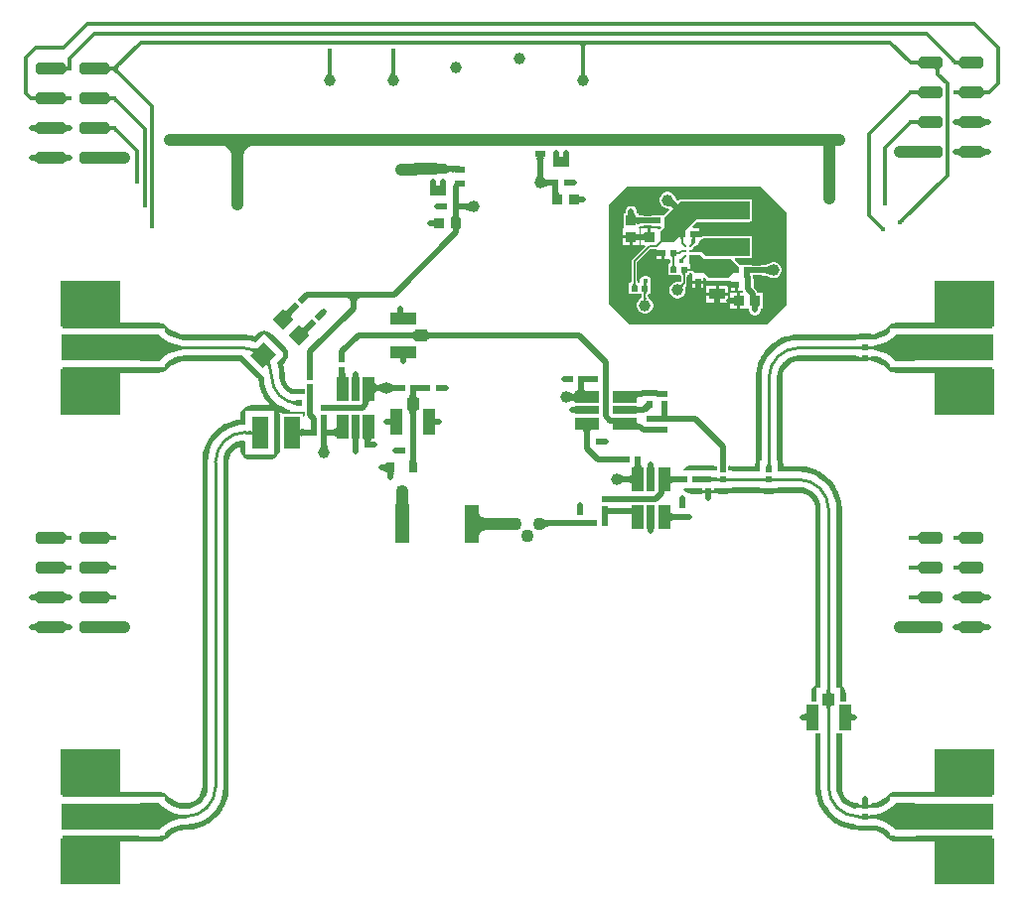
<source format=gtl>
G04*
G04 #@! TF.GenerationSoftware,Altium Limited,Altium Designer,23.0.1 (38)*
G04*
G04 Layer_Physical_Order=1*
G04 Layer_Color=255*
%FSLAX43Y43*%
%MOMM*%
G71*
G04*
G04 #@! TF.SameCoordinates,FAF874D6-A3D7-43DF-AC77-E53A54121317*
G04*
G04*
G04 #@! TF.FilePolarity,Positive*
G04*
G01*
G75*
%ADD11C,0.200*%
%ADD15C,0.200*%
%ADD16R,3.700X1.500*%
%ADD17R,0.500X0.500*%
%ADD18R,0.900X0.900*%
%ADD19R,0.900X0.900*%
%ADD20R,0.500X0.500*%
%ADD21R,1.400X0.950*%
%ADD22R,1.000X2.000*%
%ADD23R,0.650X2.000*%
%ADD24P,0.707X4X90.0*%
%ADD25P,1.697X4X270.0*%
G04:AMPARAMS|DCode=26|XSize=1.6mm|YSize=1.5mm|CornerRadius=0mm|HoleSize=0mm|Usage=FLASHONLY|Rotation=225.000|XOffset=0mm|YOffset=0mm|HoleType=Round|Shape=Rectangle|*
%AMROTATEDRECTD26*
4,1,4,0.035,1.096,1.096,0.035,-0.035,-1.096,-1.096,-0.035,0.035,1.096,0.0*
%
%ADD26ROTATEDRECTD26*%

%ADD27R,1.450X2.700*%
%ADD28R,0.800X0.900*%
%ADD29R,1.050X2.200*%
%ADD30R,1.000X1.000*%
%ADD31R,1.250X3.250*%
%ADD32R,2.000X1.000*%
%ADD33R,2.000X0.650*%
G04:AMPARAMS|DCode=34|XSize=1mm|YSize=2.5mm|CornerRadius=0.25mm|HoleSize=0mm|Usage=FLASHONLY|Rotation=90.000|XOffset=0mm|YOffset=0mm|HoleType=Round|Shape=RoundedRectangle|*
%AMROUNDEDRECTD34*
21,1,1.000,2.000,0,0,90.0*
21,1,0.500,2.500,0,0,90.0*
1,1,0.500,1.000,0.250*
1,1,0.500,1.000,-0.250*
1,1,0.500,-1.000,-0.250*
1,1,0.500,-1.000,0.250*
%
%ADD34ROUNDEDRECTD34*%
%ADD35R,0.900X0.600*%
G04:AMPARAMS|DCode=36|XSize=1mm|YSize=2mm|CornerRadius=0.25mm|HoleSize=0mm|Usage=FLASHONLY|Rotation=90.000|XOffset=0mm|YOffset=0mm|HoleType=Round|Shape=RoundedRectangle|*
%AMROUNDEDRECTD36*
21,1,1.000,1.500,0,0,90.0*
21,1,0.500,2.000,0,0,90.0*
1,1,0.500,0.750,0.250*
1,1,0.500,0.750,-0.250*
1,1,0.500,-0.750,-0.250*
1,1,0.500,-0.750,0.250*
%
%ADD36ROUNDEDRECTD36*%
%ADD37R,2.200X1.050*%
%ADD38R,1.000X1.000*%
%ADD42C,1.100*%
%ADD66C,0.293*%
%ADD67C,0.500*%
%ADD68C,0.293*%
%ADD69C,1.000*%
%ADD70R,5.080X4.000*%
%ADD71R,8.382X2.286*%
%ADD72C,1.000*%
%ADD73C,0.300*%
%ADD74C,0.450*%
G36*
X58565Y77814D02*
X58571Y77812D01*
X58580Y77811D01*
X58591Y77809D01*
X58620Y77807D01*
X58710Y77805D01*
Y77505D01*
X58684Y77505D01*
X58571Y77498D01*
X58565Y77496D01*
X58562Y77494D01*
Y77816D01*
X58565Y77814D01*
D02*
G37*
G36*
X58233Y77494D02*
X58230Y77496D01*
X58224Y77498D01*
X58216Y77500D01*
X58205Y77501D01*
X58175Y77504D01*
X58085Y77505D01*
Y77805D01*
X58112Y77805D01*
X58224Y77812D01*
X58230Y77814D01*
X58233Y77816D01*
Y77494D01*
D02*
G37*
G36*
X63951Y76984D02*
X63957Y76982D01*
X63966Y76980D01*
X63977Y76979D01*
X64006Y76977D01*
X64096Y76975D01*
Y76675D01*
X64070Y76675D01*
X63957Y76668D01*
X63951Y76666D01*
X63948Y76664D01*
X63784Y76825D01*
X63948Y76986D01*
X63951Y76984D01*
D02*
G37*
G36*
X63784Y76825D02*
X63619Y76664D01*
X63616Y76666D01*
X63610Y76668D01*
X63497Y76675D01*
X63471Y76675D01*
Y76975D01*
X63561Y76977D01*
X63590Y76979D01*
X63601Y76980D01*
X63610Y76982D01*
X63616Y76984D01*
X63619Y76986D01*
X63784Y76825D01*
D02*
G37*
G36*
X80447Y75900D02*
X80390Y75897D01*
X80339Y75888D01*
X80294Y75873D01*
X80255Y75852D01*
X80222Y75825D01*
X80195Y75792D01*
X80174Y75753D01*
X80159Y75708D01*
X80150Y75657D01*
X80147Y75600D01*
X79847D01*
X79844Y75657D01*
X79835Y75708D01*
X79820Y75753D01*
X79799Y75792D01*
X79772Y75825D01*
X79739Y75852D01*
X79700Y75873D01*
X79655Y75888D01*
X79604Y75897D01*
X79547Y75900D01*
X79997Y76200D01*
X80447Y75900D01*
D02*
G37*
G36*
X58534Y75224D02*
X58532Y75218D01*
X58530Y75210D01*
X58529Y75199D01*
X58527Y75169D01*
X58525Y75080D01*
X58225D01*
X58225Y75106D01*
X58218Y75218D01*
X58216Y75224D01*
X58214Y75228D01*
X58536D01*
X58534Y75224D01*
D02*
G37*
G36*
X63944Y75170D02*
X63942Y75167D01*
X63940Y75161D01*
X63938Y75152D01*
X63937Y75141D01*
X63934Y75111D01*
X63932Y75022D01*
X63632Y75024D01*
X63632Y75050D01*
X63626Y75162D01*
X63624Y75168D01*
X63622Y75172D01*
X63944Y75170D01*
D02*
G37*
G36*
X112111Y74031D02*
X112108Y74059D01*
X112099Y74084D01*
X112083Y74107D01*
X112061Y74126D01*
X112033Y74143D01*
X111998Y74156D01*
X111958Y74167D01*
X111933Y74170D01*
X111931Y74169D01*
Y74171D01*
X111911Y74174D01*
X111858Y74179D01*
X111798Y74180D01*
Y74480D01*
X111858Y74481D01*
X111911Y74486D01*
X111931Y74489D01*
Y74491D01*
X111933Y74490D01*
X111958Y74493D01*
X111998Y74504D01*
X112033Y74517D01*
X112061Y74534D01*
X112083Y74553D01*
X112099Y74576D01*
X112108Y74601D01*
X112111Y74629D01*
Y74031D01*
D02*
G37*
G36*
X111670Y74638D02*
X111755Y74564D01*
X111760Y74561D01*
X111764Y74560D01*
X111536Y74332D01*
X111536Y74336D01*
X111533Y74342D01*
X111528Y74349D01*
X111521Y74358D01*
X111502Y74380D01*
X111440Y74445D01*
X111652Y74657D01*
X111670Y74638D01*
D02*
G37*
G36*
X108613Y74031D02*
X108610Y74059D01*
X108600Y74084D01*
X108585Y74107D01*
X108563Y74126D01*
X108535Y74143D01*
X108500Y74156D01*
X108459Y74167D01*
X108412Y74174D01*
X108359Y74179D01*
X108300Y74180D01*
Y74480D01*
X108359Y74481D01*
X108412Y74486D01*
X108459Y74493D01*
X108500Y74504D01*
X108535Y74517D01*
X108563Y74534D01*
X108585Y74553D01*
X108600Y74576D01*
X108610Y74601D01*
X108613Y74629D01*
Y74031D01*
D02*
G37*
G36*
X36334Y74096D02*
X36341Y73984D01*
X36343Y73978D01*
X36345Y73974D01*
X36026D01*
X36036Y73972D01*
X36080Y73965D01*
X36129Y73961D01*
X36184Y73960D01*
Y73660D01*
X36129Y73659D01*
X36080Y73655D01*
X36036Y73648D01*
X35998Y73639D01*
X35966Y73627D01*
X35940Y73613D01*
X35919Y73596D01*
X35905Y73576D01*
X35896Y73554D01*
X35893Y73529D01*
Y73660D01*
X35872Y73660D01*
Y73960D01*
X35893Y73960D01*
Y74091D01*
X35896Y74066D01*
X35905Y74044D01*
X35919Y74024D01*
X35940Y74007D01*
X35966Y73993D01*
X35998Y73981D01*
X36024Y73975D01*
X36025Y73978D01*
X36027Y73984D01*
X36029Y73992D01*
X36030Y74003D01*
X36033Y74033D01*
X36034Y74122D01*
X36334D01*
X36334Y74096D01*
D02*
G37*
G36*
X40469Y74022D02*
X40430Y73980D01*
X40401Y73937D01*
X40379Y73895D01*
X40367Y73852D01*
X40362Y73810D01*
X40367Y73768D01*
X40379Y73725D01*
X40401Y73683D01*
X40430Y73640D01*
X40469Y73598D01*
X40194Y73448D01*
X40151Y73488D01*
X40106Y73524D01*
X40059Y73556D01*
X40011Y73584D01*
X39960Y73607D01*
X39908Y73626D01*
X39854Y73641D01*
X39799Y73652D01*
X39783Y73653D01*
X39741Y73647D01*
X39701Y73636D01*
X39666Y73623D01*
X39638Y73606D01*
X39616Y73587D01*
X39601Y73564D01*
X39591Y73539D01*
X39588Y73511D01*
Y74109D01*
X39591Y74081D01*
X39601Y74056D01*
X39616Y74033D01*
X39638Y74014D01*
X39666Y73997D01*
X39701Y73984D01*
X39741Y73973D01*
X39783Y73967D01*
X39799Y73968D01*
X39854Y73979D01*
X39908Y73994D01*
X39960Y74013D01*
X40011Y74036D01*
X40059Y74064D01*
X40106Y74096D01*
X40151Y74132D01*
X40194Y74172D01*
X40469Y74022D01*
D02*
G37*
G36*
X110472Y73880D02*
X110447Y73867D01*
X110424Y73848D01*
X110405Y73822D01*
X110389Y73790D01*
X110375Y73751D01*
X110365Y73705D01*
X110358Y73653D01*
X110353Y73594D01*
X110352Y73528D01*
X110052D01*
X110050Y73588D01*
X110046Y73642D01*
X110038Y73689D01*
X110028Y73729D01*
X110014Y73762D01*
X109998Y73789D01*
X109978Y73810D01*
X109956Y73824D01*
X109930Y73831D01*
X109902Y73831D01*
X110500Y73886D01*
X110472Y73880D01*
D02*
G37*
G36*
X58527Y73501D02*
X58531Y73452D01*
X58539Y73407D01*
X58549Y73365D01*
X58562Y73325D01*
X58579Y73289D01*
X58598Y73256D01*
X58621Y73226D01*
X58646Y73199D01*
X58675Y73175D01*
X58075D01*
X58104Y73199D01*
X58129Y73226D01*
X58152Y73256D01*
X58171Y73289D01*
X58188Y73325D01*
X58201Y73365D01*
X58211Y73407D01*
X58219Y73452D01*
X58223Y73501D01*
X58225Y73552D01*
X58525D01*
X58527Y73501D01*
D02*
G37*
G36*
X63932Y73552D02*
X63934Y73500D01*
X63938Y73452D01*
X63946Y73407D01*
X63956Y73364D01*
X63970Y73325D01*
X63986Y73289D01*
X64006Y73256D01*
X64028Y73226D01*
X64054Y73198D01*
X64082Y73174D01*
X63482Y73176D01*
X63511Y73200D01*
X63536Y73227D01*
X63559Y73257D01*
X63578Y73290D01*
X63595Y73326D01*
X63608Y73365D01*
X63619Y73407D01*
X63626Y73453D01*
X63631Y73501D01*
X63632Y73552D01*
X63932Y73552D01*
D02*
G37*
G36*
X80149Y73501D02*
X80153Y73453D01*
X80161Y73408D01*
X80171Y73366D01*
X80185Y73326D01*
X80202Y73290D01*
X80221Y73257D01*
X80244Y73227D01*
X80269Y73200D01*
X80298Y73177D01*
X79698Y73173D01*
X79726Y73198D01*
X79752Y73225D01*
X79774Y73255D01*
X79794Y73288D01*
X79810Y73325D01*
X79823Y73364D01*
X79834Y73406D01*
X79841Y73451D01*
X79846Y73500D01*
X79847Y73551D01*
X80147Y73553D01*
X80149Y73501D01*
D02*
G37*
G36*
X80148Y73061D02*
X80154Y72949D01*
X80156Y72943D01*
X80158Y72939D01*
X79836D01*
X79838Y72943D01*
X79840Y72949D01*
X79842Y72957D01*
X79843Y72968D01*
X79846Y72998D01*
X79847Y73087D01*
X80147D01*
X80148Y73061D01*
D02*
G37*
G36*
X58525D02*
X58532Y72949D01*
X58534Y72943D01*
X58536Y72939D01*
X58214D01*
X58216Y72943D01*
X58218Y72949D01*
X58220Y72957D01*
X58221Y72968D01*
X58223Y72998D01*
X58225Y73087D01*
X58525D01*
X58525Y73061D01*
D02*
G37*
G36*
X63932Y73086D02*
X63933Y73060D01*
X63939Y72948D01*
X63941Y72942D01*
X63943Y72938D01*
X63621Y72940D01*
X63623Y72944D01*
X63625Y72950D01*
X63627Y72958D01*
X63628Y72969D01*
X63631Y72999D01*
X63632Y73088D01*
X63932Y73086D01*
D02*
G37*
G36*
X112111Y71491D02*
X112108Y71519D01*
X112099Y71544D01*
X112083Y71567D01*
X112061Y71586D01*
X112033Y71603D01*
X111998Y71616D01*
X111958Y71627D01*
X111916Y71633D01*
X111912Y71633D01*
X111906Y71631D01*
X111903Y71629D01*
Y71635D01*
X111858Y71639D01*
X111798Y71640D01*
Y71940D01*
X111858Y71941D01*
X111903Y71945D01*
Y71951D01*
X111906Y71949D01*
X111912Y71947D01*
X111915Y71947D01*
X111958Y71953D01*
X111998Y71964D01*
X112033Y71977D01*
X112061Y71994D01*
X112083Y72013D01*
X112099Y72036D01*
X112108Y72061D01*
X112111Y72089D01*
Y71491D01*
D02*
G37*
G36*
X108084Y71949D02*
X108090Y71947D01*
X108098Y71945D01*
X108109Y71944D01*
X108139Y71942D01*
X108228Y71940D01*
Y71640D01*
X108202Y71640D01*
X108090Y71633D01*
X108084Y71631D01*
X108080Y71629D01*
Y71951D01*
X108084Y71949D01*
D02*
G37*
G36*
X114092Y72061D02*
X114101Y72036D01*
X114117Y72013D01*
X114139Y71994D01*
X114167Y71977D01*
X114202Y71964D01*
X114242Y71953D01*
X114289Y71946D01*
X114342Y71941D01*
X114402Y71940D01*
Y71640D01*
X114342Y71639D01*
X114289Y71634D01*
X114242Y71627D01*
X114202Y71616D01*
X114167Y71603D01*
X114139Y71586D01*
X114117Y71567D01*
X114101Y71544D01*
X114092Y71519D01*
X114089Y71491D01*
Y72089D01*
X114092Y72061D01*
D02*
G37*
G36*
X108613Y71491D02*
X108610Y71519D01*
X108600Y71544D01*
X108585Y71567D01*
X108563Y71586D01*
X108535Y71603D01*
X108500Y71616D01*
X108459Y71627D01*
X108412Y71634D01*
X108359Y71639D01*
X108300Y71640D01*
Y71940D01*
X108359Y71941D01*
X108412Y71946D01*
X108459Y71953D01*
X108500Y71964D01*
X108535Y71977D01*
X108563Y71994D01*
X108585Y72013D01*
X108600Y72036D01*
X108610Y72061D01*
X108613Y72089D01*
Y71491D01*
D02*
G37*
G36*
X107914Y71560D02*
X107910Y71559D01*
X107904Y71556D01*
X107897Y71551D01*
X107888Y71545D01*
X107866Y71525D01*
X107801Y71463D01*
X107589Y71675D01*
X107608Y71694D01*
X107682Y71778D01*
X107685Y71784D01*
X107686Y71788D01*
X107914Y71560D01*
D02*
G37*
G36*
X39591Y71541D02*
X39601Y71516D01*
X39616Y71493D01*
X39638Y71474D01*
X39666Y71457D01*
X39701Y71444D01*
X39741Y71433D01*
X39788Y71426D01*
X39812Y71424D01*
X39861Y71427D01*
X39867Y71429D01*
X39871Y71431D01*
Y71421D01*
X39901Y71420D01*
Y71120D01*
X39871Y71119D01*
Y71109D01*
X39867Y71111D01*
X39861Y71113D01*
X39853Y71115D01*
X39842Y71116D01*
X39826Y71117D01*
X39788Y71114D01*
X39741Y71107D01*
X39701Y71096D01*
X39666Y71083D01*
X39638Y71066D01*
X39616Y71047D01*
X39601Y71024D01*
X39591Y70999D01*
X39588Y70971D01*
Y71569D01*
X39591Y71541D01*
D02*
G37*
G36*
X35893D02*
X35902Y71516D01*
X35918Y71493D01*
X35940Y71474D01*
X35968Y71457D01*
X36002Y71444D01*
X36043Y71433D01*
X36090Y71426D01*
X36143Y71421D01*
X36203Y71420D01*
Y71120D01*
X36143Y71119D01*
X36090Y71114D01*
X36043Y71107D01*
X36002Y71096D01*
X35968Y71083D01*
X35940Y71066D01*
X35918Y71047D01*
X35902Y71024D01*
X35893Y70999D01*
X35890Y70971D01*
Y71569D01*
X35893Y71541D01*
D02*
G37*
G36*
X33412Y70971D02*
X33409Y70999D01*
X33399Y71024D01*
X33384Y71047D01*
X33362Y71066D01*
X33334Y71083D01*
X33299Y71096D01*
X33259Y71107D01*
X33212Y71114D01*
X33158Y71119D01*
X33099Y71120D01*
Y71420D01*
X33158Y71421D01*
X33212Y71426D01*
X33259Y71433D01*
X33299Y71444D01*
X33334Y71457D01*
X33362Y71474D01*
X33384Y71493D01*
X33399Y71516D01*
X33409Y71541D01*
X33412Y71569D01*
Y70971D01*
D02*
G37*
G36*
X40266Y71264D02*
X40269Y71258D01*
X40273Y71251D01*
X40280Y71242D01*
X40300Y71220D01*
X40362Y71155D01*
X40150Y70943D01*
X40131Y70962D01*
X40047Y71036D01*
X40041Y71039D01*
X40037Y71040D01*
X40265Y71268D01*
X40266Y71264D01*
D02*
G37*
G36*
X108099Y69409D02*
X108105Y69407D01*
X108113Y69405D01*
X108124Y69404D01*
X108154Y69402D01*
X108244Y69400D01*
Y69100D01*
X108217Y69100D01*
X108105Y69093D01*
X108099Y69091D01*
X108096Y69089D01*
Y69411D01*
X108099Y69409D01*
D02*
G37*
G36*
X108613Y68951D02*
X108610Y68979D01*
X108600Y69004D01*
X108585Y69027D01*
X108563Y69046D01*
X108535Y69063D01*
X108500Y69076D01*
X108459Y69087D01*
X108412Y69094D01*
X108359Y69099D01*
X108300Y69100D01*
Y69400D01*
X108359Y69401D01*
X108412Y69406D01*
X108459Y69413D01*
X108500Y69424D01*
X108535Y69437D01*
X108563Y69454D01*
X108585Y69473D01*
X108600Y69496D01*
X108610Y69521D01*
X108613Y69549D01*
Y68951D01*
D02*
G37*
G36*
X107929Y69020D02*
X107925Y69019D01*
X107920Y69016D01*
X107912Y69011D01*
X107904Y69005D01*
X107881Y68985D01*
X107816Y68923D01*
X107604Y69135D01*
X107623Y69154D01*
X107697Y69238D01*
X107700Y69244D01*
X107701Y69248D01*
X107929Y69020D01*
D02*
G37*
G36*
X112134Y68884D02*
X112130Y68906D01*
X112118Y68926D01*
X112098Y68943D01*
X112070Y68958D01*
X112033Y68971D01*
X111989Y68981D01*
X111936Y68990D01*
X111876Y68995D01*
X111730Y69000D01*
Y69500D01*
X111807Y69501D01*
X111936Y69510D01*
X111989Y69519D01*
X112033Y69529D01*
X112070Y69542D01*
X112098Y69557D01*
X112118Y69575D01*
X112130Y69594D01*
X112134Y69616D01*
Y68884D01*
D02*
G37*
G36*
X114054Y69644D02*
X114086Y69614D01*
X114123Y69587D01*
X114165Y69564D01*
X114213Y69545D01*
X114266Y69528D01*
X114324Y69516D01*
X114387Y69507D01*
X114456Y69502D01*
X114530Y69500D01*
Y69000D01*
X114456Y68998D01*
X114387Y68993D01*
X114324Y68984D01*
X114266Y68972D01*
X114213Y68955D01*
X114165Y68936D01*
X114123Y68913D01*
X114086Y68886D01*
X114054Y68856D01*
X114028Y68822D01*
Y69678D01*
X114054Y69644D01*
D02*
G37*
G36*
X39591Y69001D02*
X39601Y68976D01*
X39616Y68953D01*
X39638Y68934D01*
X39666Y68917D01*
X39701Y68904D01*
X39741Y68893D01*
X39788Y68886D01*
X39805Y68885D01*
X39846Y68887D01*
X39852Y68889D01*
X39855Y68891D01*
Y68881D01*
X39901Y68880D01*
Y68580D01*
X39855Y68579D01*
Y68569D01*
X39852Y68571D01*
X39846Y68573D01*
X39837Y68575D01*
X39826Y68576D01*
X39819Y68577D01*
X39788Y68574D01*
X39741Y68567D01*
X39701Y68556D01*
X39666Y68543D01*
X39638Y68526D01*
X39616Y68507D01*
X39601Y68484D01*
X39591Y68459D01*
X39588Y68431D01*
Y69029D01*
X39591Y69001D01*
D02*
G37*
G36*
X35889Y69035D02*
X35899Y69023D01*
X35916Y69013D01*
X35940Y69004D01*
X35970Y68997D01*
X36007Y68991D01*
X36050Y68986D01*
X36157Y68981D01*
X36221Y68980D01*
Y68480D01*
X36157Y68479D01*
X36007Y68469D01*
X35970Y68463D01*
X35940Y68456D01*
X35916Y68447D01*
X35899Y68437D01*
X35889Y68425D01*
X35886Y68412D01*
Y69048D01*
X35889Y69035D01*
D02*
G37*
G36*
X40250Y68724D02*
X40253Y68718D01*
X40258Y68711D01*
X40265Y68702D01*
X40284Y68680D01*
X40346Y68615D01*
X40134Y68403D01*
X40116Y68422D01*
X40031Y68496D01*
X40026Y68499D01*
X40022Y68500D01*
X40250Y68728D01*
X40250Y68724D01*
D02*
G37*
G36*
X33449Y68343D02*
X33445Y68369D01*
X33432Y68392D01*
X33410Y68413D01*
X33379Y68431D01*
X33339Y68446D01*
X33291Y68458D01*
X33234Y68468D01*
X33168Y68475D01*
X33010Y68480D01*
Y68980D01*
X33093Y68981D01*
X33234Y68992D01*
X33291Y69002D01*
X33339Y69014D01*
X33379Y69029D01*
X33410Y69047D01*
X33432Y69068D01*
X33445Y69091D01*
X33449Y69117D01*
Y68343D01*
D02*
G37*
G36*
X78825Y66596D02*
X78838Y66389D01*
X78842Y66375D01*
X78846Y66367D01*
X78851Y66364D01*
X78289Y66361D01*
X78296Y66364D01*
X78302Y66372D01*
X78307Y66387D01*
X78312Y66407D01*
X78316Y66433D01*
X78322Y66503D01*
X78325Y66650D01*
X78825D01*
X78825Y66596D01*
D02*
G37*
G36*
X77975Y66595D02*
X77988Y66407D01*
X77993Y66387D01*
X77998Y66372D01*
X78004Y66364D01*
X78011Y66361D01*
X77457Y66364D01*
X77461Y66367D01*
X77464Y66375D01*
X77466Y66389D01*
X77469Y66410D01*
X77473Y66504D01*
X77475Y66650D01*
X77975D01*
X77975Y66595D01*
D02*
G37*
G36*
X112144Y66329D02*
X112140Y66354D01*
X112127Y66376D01*
X112105Y66396D01*
X112075Y66413D01*
X112037Y66427D01*
X111990Y66439D01*
X111934Y66448D01*
X111870Y66455D01*
X111716Y66460D01*
Y66960D01*
X111797Y66961D01*
X111934Y66972D01*
X111990Y66981D01*
X112037Y66993D01*
X112075Y67007D01*
X112105Y67024D01*
X112127Y67044D01*
X112140Y67066D01*
X112144Y67091D01*
Y66329D01*
D02*
G37*
G36*
X114054Y67104D02*
X114086Y67074D01*
X114123Y67047D01*
X114165Y67024D01*
X114213Y67005D01*
X114266Y66988D01*
X114324Y66976D01*
X114387Y66967D01*
X114456Y66962D01*
X114530Y66960D01*
Y66460D01*
X114456Y66458D01*
X114387Y66453D01*
X114324Y66444D01*
X114266Y66432D01*
X114213Y66415D01*
X114165Y66396D01*
X114123Y66373D01*
X114086Y66346D01*
X114054Y66316D01*
X114028Y66282D01*
Y67138D01*
X114054Y67104D01*
D02*
G37*
G36*
X52050Y67242D02*
X51860Y67232D01*
X51690Y67202D01*
X51540Y67152D01*
X51410Y67082D01*
X51300Y66992D01*
X51210Y66882D01*
X51140Y66752D01*
X51090Y66602D01*
X51060Y66432D01*
X51050Y66242D01*
X50050D01*
X50040Y66432D01*
X50010Y66602D01*
X49960Y66752D01*
X49890Y66882D01*
X49800Y66992D01*
X49690Y67082D01*
X49560Y67152D01*
X49410Y67202D01*
X49240Y67232D01*
X49050Y67242D01*
X50550Y68242D01*
X52050Y67242D01*
D02*
G37*
G36*
X35887Y66506D02*
X35897Y66492D01*
X35915Y66480D01*
X35939Y66469D01*
X35971Y66460D01*
X36010Y66453D01*
X36056Y66447D01*
X36168Y66441D01*
X36235Y66440D01*
Y65940D01*
X36168Y65939D01*
X36010Y65927D01*
X35971Y65920D01*
X35939Y65911D01*
X35915Y65900D01*
X35897Y65888D01*
X35887Y65874D01*
X35883Y65858D01*
Y66522D01*
X35887Y66506D01*
D02*
G37*
G36*
X33449Y65803D02*
X33445Y65829D01*
X33432Y65852D01*
X33410Y65873D01*
X33379Y65891D01*
X33339Y65906D01*
X33291Y65918D01*
X33234Y65928D01*
X33168Y65935D01*
X33010Y65940D01*
Y66440D01*
X33093Y66441D01*
X33234Y66452D01*
X33291Y66462D01*
X33339Y66474D01*
X33379Y66489D01*
X33410Y66507D01*
X33432Y66528D01*
X33445Y66551D01*
X33449Y66577D01*
Y65803D01*
D02*
G37*
G36*
X76749Y66240D02*
X76714Y66225D01*
X76683Y66200D01*
X76657Y66165D01*
X76634Y66120D01*
X76616Y66065D01*
X76601Y66000D01*
X76591Y65925D01*
X76585Y65840D01*
X76583Y65745D01*
X76083D01*
X76081Y65840D01*
X76066Y66000D01*
X76053Y66065D01*
X76035Y66120D01*
X76015Y66165D01*
X75990Y66200D01*
X75962Y66225D01*
X75930Y66240D01*
X75894Y66245D01*
X76788D01*
X76749Y66240D01*
D02*
G37*
G36*
X68318Y65702D02*
X68333Y65660D01*
X68358Y65622D01*
X68393Y65590D01*
X68438Y65562D01*
X68493Y65540D01*
X68558Y65522D01*
X68633Y65510D01*
X68718Y65503D01*
X68813Y65500D01*
Y65498D01*
X69010Y65497D01*
Y64903D01*
X69005Y64921D01*
X68990Y64938D01*
X68965Y64952D01*
X68930Y64965D01*
X68885Y64976D01*
X68830Y64984D01*
X68765Y64991D01*
X68682Y64995D01*
X68558Y64985D01*
X68493Y64972D01*
X68438Y64957D01*
X68393Y64938D01*
X68358Y64916D01*
X68333Y64890D01*
X68318Y64861D01*
X68313Y64828D01*
Y65750D01*
X68318Y65702D01*
D02*
G37*
G36*
X42089Y64433D02*
X42096Y64321D01*
X42098Y64315D01*
X42100Y64312D01*
X41778D01*
X41780Y64315D01*
X41782Y64321D01*
X41783Y64329D01*
X41785Y64340D01*
X41787Y64370D01*
X41789Y64460D01*
X42089D01*
X42089Y64433D01*
D02*
G37*
G36*
X68313Y63922D02*
X67777Y63919D01*
X67784Y63922D01*
X67791Y63931D01*
X67797Y63945D01*
X67802Y63966D01*
X67806Y63992D01*
X67810Y64024D01*
X67815Y64155D01*
X67816Y64211D01*
X68316D01*
X68313Y63922D01*
D02*
G37*
G36*
X67421Y64160D02*
X67432Y63993D01*
X67437Y63967D01*
X67443Y63946D01*
X67449Y63931D01*
X67457Y63922D01*
X67465Y63919D01*
X66919Y63922D01*
X66919Y63925D01*
X66920Y63934D01*
X66921Y64216D01*
X67421D01*
X67421Y64160D01*
D02*
G37*
G36*
X76583Y65003D02*
X76584Y64918D01*
X76595Y64762D01*
X76605Y64692D01*
X76618Y64626D01*
X76633Y64566D01*
X76652Y64511D01*
X76673Y64461D01*
X76687Y64434D01*
X76716Y64419D01*
X76766Y64397D01*
X76822Y64378D01*
X76882Y64362D01*
X76947Y64348D01*
X77017Y64338D01*
X77173Y64326D01*
X77258Y64325D01*
Y63825D01*
X77173Y63824D01*
X77017Y63812D01*
X76947Y63802D01*
X76882Y63788D01*
X76822Y63772D01*
X76766Y63753D01*
X76716Y63731D01*
X76670Y63707D01*
X76630Y63679D01*
Y64378D01*
X75931Y64383D01*
X75960Y64424D01*
X75986Y64470D01*
X76008Y64521D01*
X76028Y64577D01*
X76045Y64637D01*
X76059Y64703D01*
X76069Y64773D01*
X76081Y64928D01*
X76083Y65012D01*
X76583Y65003D01*
D02*
G37*
G36*
X77878Y63502D02*
X77885Y63417D01*
X77897Y63342D01*
X77915Y63277D01*
X77938Y63222D01*
X77965Y63177D01*
X77997Y63142D01*
X78035Y63117D01*
X78077Y63102D01*
X78125Y63097D01*
X77353D01*
X77357Y63102D01*
X77361Y63117D01*
X77364Y63142D01*
X77370Y63222D01*
X77375Y63597D01*
X77875D01*
X77878Y63502D01*
D02*
G37*
G36*
X105900Y62636D02*
X105907Y62524D01*
X105909Y62518D01*
X105911Y62514D01*
X105589D01*
X105591Y62518D01*
X105593Y62524D01*
X105595Y62532D01*
X105596Y62543D01*
X105598Y62573D01*
X105600Y62662D01*
X105900D01*
X105900Y62636D01*
D02*
G37*
G36*
X79647Y62963D02*
X79657Y62950D01*
X79674Y62938D01*
X79697Y62928D01*
X79727Y62920D01*
X79763Y62912D01*
X79806Y62907D01*
X79912Y62901D01*
X79975Y62900D01*
Y62400D01*
X79912Y62399D01*
X79763Y62388D01*
X79727Y62380D01*
X79697Y62372D01*
X79674Y62362D01*
X79657Y62350D01*
X79647Y62337D01*
X79644Y62322D01*
Y62978D01*
X79647Y62963D01*
D02*
G37*
G36*
X42775Y62395D02*
X42782Y62283D01*
X42784Y62277D01*
X42786Y62273D01*
X42464D01*
X42466Y62277D01*
X42468Y62283D01*
X42470Y62291D01*
X42471Y62302D01*
X42473Y62332D01*
X42475Y62421D01*
X42775D01*
X42775Y62395D01*
D02*
G37*
G36*
X70380Y61646D02*
X70342Y61671D01*
X70299Y61693D01*
X70250Y61712D01*
X70196Y61729D01*
X70136Y61743D01*
X70071Y61754D01*
X69925Y61770D01*
X69844Y61774D01*
X69757Y61775D01*
X69728Y62275D01*
X69812Y62277D01*
X69966Y62290D01*
X70036Y62301D01*
X70101Y62316D01*
X70162Y62334D01*
X70219Y62355D01*
X70270Y62380D01*
X70318Y62407D01*
X70360Y62438D01*
X70380Y61646D01*
D02*
G37*
G36*
X69402Y61477D02*
X69418Y61317D01*
X69432Y61252D01*
X69449Y61197D01*
X69471Y61152D01*
X69497Y61117D01*
X69526Y61092D01*
X69560Y61077D01*
X69597Y61072D01*
X68703D01*
X68740Y61077D01*
X68774Y61092D01*
X68803Y61117D01*
X68829Y61152D01*
X68851Y61197D01*
X68868Y61252D01*
X68882Y61317D01*
X68892Y61392D01*
X68898Y61477D01*
X68900Y61572D01*
X69400D01*
X69402Y61477D01*
D02*
G37*
G36*
X107327Y60790D02*
X107308Y60771D01*
X107234Y60687D01*
X107231Y60681D01*
X107230Y60677D01*
X107002Y60905D01*
X107006Y60906D01*
X107012Y60909D01*
X107019Y60914D01*
X107028Y60920D01*
X107050Y60940D01*
X107115Y61002D01*
X107327Y60790D01*
D02*
G37*
G36*
X43426Y60647D02*
X43433Y60534D01*
X43434Y60528D01*
X43436Y60525D01*
X43114D01*
X43117Y60528D01*
X43118Y60534D01*
X43120Y60543D01*
X43122Y60554D01*
X43124Y60583D01*
X43125Y60673D01*
X43425D01*
X43426Y60647D01*
D02*
G37*
G36*
X67306Y60318D02*
X67303Y60329D01*
X67294Y60339D01*
X67278Y60347D01*
X67256Y60354D01*
X67229Y60361D01*
X67194Y60366D01*
X67108Y60373D01*
X66996Y60375D01*
Y60875D01*
X67055Y60876D01*
X67229Y60889D01*
X67256Y60896D01*
X67278Y60903D01*
X67294Y60911D01*
X67303Y60921D01*
X67306Y60932D01*
Y60318D01*
D02*
G37*
G36*
X105480Y60457D02*
X105565Y60382D01*
X105571Y60379D01*
X105574Y60378D01*
X105347Y60151D01*
X105346Y60154D01*
X105343Y60160D01*
X105338Y60167D01*
X105331Y60176D01*
X105312Y60199D01*
X105250Y60263D01*
X105462Y60475D01*
X105480Y60457D01*
D02*
G37*
G36*
X69497Y60175D02*
X69483Y60165D01*
X69470Y60148D01*
X69459Y60125D01*
X69450Y60094D01*
X69443Y60058D01*
X69437Y60014D01*
X69430Y59907D01*
X69429Y59844D01*
X68929D01*
X68928Y59907D01*
X68916Y60058D01*
X68908Y60094D01*
X68899Y60125D01*
X68888Y60148D01*
X68875Y60165D01*
X68861Y60175D01*
X68845Y60178D01*
X69513D01*
X69497Y60175D01*
D02*
G37*
G36*
X61185Y54301D02*
X61090Y54296D01*
X61005Y54281D01*
X60930Y54256D01*
X60865Y54221D01*
X60810Y54176D01*
X60765Y54121D01*
X60730Y54056D01*
X60705Y53981D01*
X60690Y53896D01*
X60685Y53801D01*
X60185D01*
X60180Y53896D01*
X60165Y53981D01*
X60140Y54056D01*
X60105Y54121D01*
X60060Y54176D01*
X60005Y54221D01*
X59940Y54256D01*
X59865Y54281D01*
X59780Y54296D01*
X59685Y54301D01*
X60435Y54801D01*
X61185Y54301D01*
D02*
G37*
G36*
X55326Y53046D02*
X55260Y52977D01*
X55205Y52911D01*
X55160Y52849D01*
X55126Y52790D01*
X55103Y52735D01*
X55090Y52684D01*
X55088Y52636D01*
X55097Y52592D01*
X55117Y52551D01*
X55147Y52514D01*
X54439Y53221D01*
X54477Y53191D01*
X54517Y53172D01*
X54562Y53163D01*
X54610Y53165D01*
X54661Y53177D01*
X54716Y53201D01*
X54775Y53234D01*
X54837Y53279D01*
X54903Y53334D01*
X54972Y53400D01*
X55326Y53046D01*
D02*
G37*
G36*
X64650Y53250D02*
X64663Y53097D01*
X64671Y53060D01*
X64680Y53029D01*
X64692Y53005D01*
X64705Y52988D01*
X64720Y52978D01*
X64736Y52975D01*
X64062D01*
X64079Y52978D01*
X64093Y52988D01*
X64106Y53005D01*
X64118Y53029D01*
X64127Y53060D01*
X64135Y53097D01*
X64141Y53141D01*
X64148Y53250D01*
X64149Y53315D01*
X64649D01*
X64650Y53250D01*
D02*
G37*
G36*
X108275Y52124D02*
X114842D01*
Y51651D01*
X108325D01*
X108275Y51661D01*
X106658Y51661D01*
X106656Y51661D01*
X106655Y51661D01*
X106606Y51651D01*
X106150D01*
Y51372D01*
X105993Y51234D01*
X105780Y51083D01*
X105554Y50953D01*
X105317Y50846D01*
X105070Y50763D01*
X104935Y50732D01*
X104808Y50758D01*
Y50758D01*
X103292D01*
Y50660D01*
X98398D01*
Y50664D01*
X97897Y50625D01*
X97408Y50508D01*
X96943Y50315D01*
X96514Y50052D01*
X96132Y49726D01*
X95805Y49343D01*
X95543Y48915D01*
X95350Y48450D01*
X95233Y47961D01*
X95193Y47460D01*
X95198D01*
Y40419D01*
X95100D01*
Y39942D01*
X95093Y39908D01*
X95100Y39873D01*
Y39850D01*
X95099Y39829D01*
X95100Y39827D01*
Y39421D01*
X92673D01*
Y39519D01*
X92365D01*
Y39847D01*
X92492Y39929D01*
X92559Y39901D01*
X94626Y39901D01*
X94636Y39984D01*
X94635Y40015D01*
X94646Y40057D01*
X94660Y40165D01*
X94690Y40237D01*
X94696Y40264D01*
X94715Y40297D01*
X94718Y40305D01*
Y47460D01*
X94726Y47519D01*
X94725Y47537D01*
X94726Y47557D01*
Y47588D01*
X94730Y47601D01*
X94758Y47959D01*
X94774Y48034D01*
X94782Y48111D01*
X94881Y48522D01*
X94908Y48594D01*
X94928Y48668D01*
X95090Y49059D01*
X95129Y49126D01*
X95160Y49196D01*
X95381Y49557D01*
X95429Y49617D01*
X95471Y49681D01*
X95746Y50003D01*
X95803Y50055D01*
X95855Y50112D01*
X96176Y50386D01*
X96241Y50428D01*
X96301Y50477D01*
X96662Y50698D01*
X96732Y50729D01*
X96799Y50768D01*
X97189Y50930D01*
X97264Y50950D01*
X97336Y50977D01*
X97747Y51076D01*
X97824Y51084D01*
X97899Y51100D01*
X98257Y51128D01*
X98270Y51132D01*
X98300D01*
X98321Y51133D01*
X98339Y51132D01*
X98398Y51140D01*
X103406D01*
X103413Y51143D01*
X103447Y51162D01*
X103474Y51168D01*
X103546Y51198D01*
X103654Y51212D01*
X103696Y51223D01*
X103727Y51222D01*
X103800Y51231D01*
X104300D01*
X104373Y51222D01*
X104404Y51223D01*
X104446Y51212D01*
X104554Y51198D01*
X104626Y51168D01*
X104653Y51162D01*
X104669Y51153D01*
X104734Y51161D01*
X104944Y51210D01*
X105147Y51278D01*
X105343Y51367D01*
X105530Y51474D01*
X105705Y51599D01*
X105876Y51748D01*
X105960Y51833D01*
X105962Y51835D01*
X105964Y51837D01*
X105964D01*
Y51837D01*
X106064Y51913D01*
X106162Y51990D01*
X106165Y51991D01*
X106167Y51993D01*
X106283Y52041D01*
X106398Y52090D01*
X106401Y52090D01*
X106404Y52091D01*
X106528Y52107D01*
X106652Y52124D01*
X106655Y52124D01*
X106658Y52124D01*
X108275Y52124D01*
D02*
G37*
G36*
X97325Y61550D02*
X97325Y53644D01*
X95681Y52000D01*
X83975Y52000D01*
X82225Y53750D01*
X82225Y62200D01*
X83800Y63775D01*
X95100D01*
X97325Y61550D01*
D02*
G37*
G36*
X56757Y51615D02*
X56691Y51545D01*
X56636Y51479D01*
X56592Y51417D01*
X56558Y51359D01*
X56535Y51304D01*
X56522Y51252D01*
X56520Y51204D01*
X56529Y51160D01*
X56548Y51119D01*
X56578Y51082D01*
X55871Y51789D01*
X55908Y51759D01*
X55949Y51740D01*
X55993Y51731D01*
X56041Y51733D01*
X56093Y51746D01*
X56148Y51769D01*
X56206Y51803D01*
X56269Y51847D01*
X56334Y51902D01*
X56404Y51968D01*
X56757Y51615D01*
D02*
G37*
G36*
X66677Y51506D02*
X66692Y51464D01*
X66717Y51427D01*
X66752Y51395D01*
X66797Y51367D01*
X66852Y51345D01*
X66917Y51328D01*
X66992Y51315D01*
X67077Y51308D01*
X67172Y51306D01*
Y50806D01*
X67077Y50803D01*
X66992Y50796D01*
X66917Y50783D01*
X66852Y50766D01*
X66797Y50744D01*
X66752Y50717D01*
X66717Y50685D01*
X66692Y50648D01*
X66677Y50606D01*
X66672Y50559D01*
Y51553D01*
X66677Y51506D01*
D02*
G37*
G36*
X65678Y50559D02*
X65673Y50606D01*
X65658Y50648D01*
X65633Y50685D01*
X65598Y50717D01*
X65553Y50744D01*
X65498Y50766D01*
X65433Y50783D01*
X65358Y50796D01*
X65273Y50803D01*
X65178Y50806D01*
Y51306D01*
X65273Y51308D01*
X65358Y51315D01*
X65433Y51328D01*
X65498Y51345D01*
X65553Y51367D01*
X65598Y51395D01*
X65633Y51427D01*
X65658Y51464D01*
X65673Y51506D01*
X65678Y51553D01*
Y50559D01*
D02*
G37*
G36*
X51964Y49959D02*
X52014Y49943D01*
X52060Y49931D01*
X52104Y49924D01*
X52144Y49922D01*
X52180Y49924D01*
X52214Y49930D01*
X52244Y49941D01*
X52271Y49956D01*
X52294Y49976D01*
X51846Y49527D01*
X51864Y49549D01*
X51874Y49571D01*
X51877Y49592D01*
X51872Y49614D01*
X51860Y49636D01*
X51840Y49658D01*
X51813Y49680D01*
X51778Y49702D01*
X51736Y49725D01*
X51686Y49747D01*
X51911Y49979D01*
X51964Y49959D01*
D02*
G37*
G36*
X43951Y51032D02*
X44186Y50828D01*
X44439Y50647D01*
X44709Y50492D01*
X44993Y50364D01*
X45288Y50265D01*
X45592Y50195D01*
X45900Y50155D01*
X46056Y50146D01*
X46821D01*
Y49856D01*
X46056Y49854D01*
X45901Y49846D01*
X45592Y49806D01*
X45289Y49736D01*
X44994Y49636D01*
X44710Y49508D01*
X44440Y49353D01*
X44186Y49173D01*
X43951Y48968D01*
X43842Y48857D01*
X42225Y48857D01*
Y51143D01*
X43842D01*
X43951Y51032D01*
D02*
G37*
G36*
X108275Y51143D02*
Y48857D01*
X106658Y48857D01*
X106549Y48968D01*
X106314Y49172D01*
X106061Y49353D01*
X105791Y49508D01*
X105507Y49636D01*
X105212Y49735D01*
X104908Y49805D01*
X104808Y49818D01*
Y49858D01*
X103679D01*
Y50143D01*
X104444Y50146D01*
X104599Y50154D01*
X104908Y50194D01*
X105211Y50264D01*
X105506Y50364D01*
X105790Y50492D01*
X106060Y50647D01*
X106314Y50827D01*
X106549Y51032D01*
X106658Y51143D01*
X108275Y51143D01*
D02*
G37*
G36*
X64960Y49134D02*
X64953Y49125D01*
X64946Y49110D01*
X64941Y49089D01*
X64936Y49063D01*
X64932Y49030D01*
X64927Y48947D01*
X64925Y48840D01*
X64425D01*
X64425Y48896D01*
X64414Y49063D01*
X64409Y49089D01*
X64404Y49110D01*
X64397Y49125D01*
X64390Y49134D01*
X64381Y49137D01*
X64969D01*
X64960Y49134D01*
D02*
G37*
G36*
X53349Y48918D02*
X53335Y48892D01*
X53325Y48862D01*
X53320Y48830D01*
X53320Y48793D01*
X53324Y48754D01*
X53333Y48711D01*
X53347Y48666D01*
X53365Y48616D01*
X53388Y48564D01*
X53161Y48342D01*
X53136Y48392D01*
X53111Y48434D01*
X53087Y48468D01*
X53063Y48495D01*
X53040Y48515D01*
X53017Y48527D01*
X52994Y48532D01*
X52972Y48529D01*
X52950Y48519D01*
X52928Y48501D01*
X53369Y48942D01*
X53349Y48918D01*
D02*
G37*
G36*
X98398Y49340D02*
X103292D01*
Y49242D01*
X103546D01*
Y49227D01*
X104050D01*
X104554D01*
Y49242D01*
X104808D01*
Y49242D01*
X104935Y49268D01*
X105070Y49236D01*
X105317Y49153D01*
X105555Y49046D01*
X105781Y48917D01*
X105993Y48765D01*
X106150Y48628D01*
Y48349D01*
X106606D01*
X106655Y48339D01*
X106657Y48339D01*
X106658Y48339D01*
X108275Y48339D01*
X108325Y48349D01*
X114842D01*
Y47876D01*
X108275D01*
X106658Y47876D01*
X106655Y47876D01*
X106652Y47876D01*
X106528Y47893D01*
X106404Y47909D01*
X106401Y47910D01*
X106398Y47910D01*
X106283Y47959D01*
X106167Y48007D01*
X106165Y48009D01*
X106162Y48010D01*
X106063Y48087D01*
X105964Y48163D01*
X105962Y48165D01*
X105960Y48167D01*
X105876Y48252D01*
X105705Y48401D01*
X105530Y48526D01*
X105344Y48633D01*
X105148Y48721D01*
X104944Y48790D01*
X104735Y48838D01*
X104682Y48845D01*
X104670Y48848D01*
X104609Y48877D01*
X104578Y48903D01*
X104554Y48939D01*
Y48973D01*
X104050D01*
X103546D01*
Y48939D01*
X103522Y48903D01*
X103501Y48885D01*
X103419Y48854D01*
X103413Y48857D01*
X103406Y48860D01*
X98398D01*
X98371Y48863D01*
X98123Y48839D01*
X97860Y48759D01*
X97617Y48629D01*
X97404Y48454D01*
X97229Y48241D01*
X97099Y47998D01*
X97019Y47734D01*
X96994Y47487D01*
X96998Y47460D01*
Y40305D01*
X97001Y40297D01*
X97019Y40264D01*
X97026Y40237D01*
X97056Y40165D01*
X97070Y40057D01*
X97080Y40015D01*
X97080Y39984D01*
X97089Y39901D01*
X97171Y39901D01*
X98385D01*
X98444Y39893D01*
X98462Y39894D01*
X98482Y39892D01*
X98513D01*
X98526Y39889D01*
X98884Y39861D01*
X98959Y39845D01*
X99036Y39837D01*
X99447Y39738D01*
X99519Y39710D01*
X99593Y39690D01*
X99984Y39529D01*
X100051Y39490D01*
X100121Y39459D01*
X100482Y39238D01*
X100542Y39189D01*
X100606Y39147D01*
X100928Y38873D01*
X100980Y38815D01*
X101037Y38764D01*
X101311Y38442D01*
X101353Y38377D01*
X101402Y38317D01*
X101623Y37957D01*
X101654Y37886D01*
X101693Y37820D01*
X101855Y37429D01*
X101875Y37355D01*
X101902Y37283D01*
X102001Y36871D01*
X102009Y36795D01*
X102025Y36719D01*
X102053Y36362D01*
X102057Y36349D01*
Y36318D01*
X102058Y36298D01*
X102057Y36279D01*
X102065Y36221D01*
Y21235D01*
X102119Y21194D01*
X102275Y20991D01*
X102373Y20754D01*
X102406Y20500D01*
Y19854D01*
X101933D01*
Y21008D01*
X101585D01*
Y36221D01*
X101589D01*
X101550Y36722D01*
X101433Y37211D01*
X101240Y37675D01*
X100977Y38104D01*
X100651Y38487D01*
X100268Y38813D01*
X99840Y39076D01*
X99375Y39268D01*
X98886Y39386D01*
X98385Y39425D01*
Y39421D01*
X96616D01*
Y39827D01*
X96617Y39829D01*
X96616Y39850D01*
Y39873D01*
X96623Y39908D01*
X96616Y39942D01*
Y40419D01*
X96518D01*
Y47460D01*
X96517Y47469D01*
X96552Y47827D01*
X96659Y48180D01*
X96833Y48506D01*
X97067Y48791D01*
X97352Y49025D01*
X97678Y49199D01*
X98031Y49306D01*
X98389Y49341D01*
X98398Y49340D01*
D02*
G37*
G36*
X60859Y47707D02*
X60872Y47505D01*
X60876Y47491D01*
X60881Y47482D01*
X60887Y47480D01*
X60330D01*
X60336Y47482D01*
X60341Y47491D01*
X60345Y47505D01*
X60348Y47525D01*
X60351Y47550D01*
X60356Y47617D01*
X60359Y47761D01*
X60859D01*
X60859Y47707D01*
D02*
G37*
G36*
X59711Y47887D02*
X59718Y47802D01*
X59731Y47726D01*
X59748Y47661D01*
X59771Y47606D01*
X59798Y47560D01*
X59831Y47525D01*
X59868Y47500D01*
X59911Y47485D01*
X59958Y47480D01*
X58987Y47483D01*
X59029Y47488D01*
X59066Y47503D01*
X59100Y47528D01*
X59129Y47563D01*
X59153Y47608D01*
X59173Y47663D01*
X59188Y47728D01*
X59200Y47803D01*
X59206Y47888D01*
X59208Y47983D01*
X59708D01*
X59711Y47887D01*
D02*
G37*
G36*
X80077Y46701D02*
X80085Y46616D01*
X80097Y46540D01*
X80115Y46475D01*
X80137Y46420D01*
X80165Y46374D01*
X80197Y46339D01*
X80235Y46314D01*
X80277Y46299D01*
X80325Y46294D01*
X79325D01*
X79372Y46299D01*
X79415Y46314D01*
X79452Y46339D01*
X79485Y46374D01*
X79512Y46420D01*
X79535Y46475D01*
X79552Y46540D01*
X79565Y46616D01*
X79572Y46701D01*
X79575Y46797D01*
X80075D01*
X80077Y46701D01*
D02*
G37*
G36*
X63554Y46954D02*
X63599Y46929D01*
X63650Y46907D01*
X63705Y46888D01*
X63766Y46872D01*
X63831Y46859D01*
X63901Y46849D01*
X64056Y46837D01*
X64142Y46836D01*
Y46336D01*
X64056Y46334D01*
X63901Y46323D01*
X63831Y46312D01*
X63766Y46299D01*
X63705Y46283D01*
X63650Y46264D01*
X63599Y46242D01*
X63554Y46217D01*
X63514Y46190D01*
X63209Y46586D01*
X63514Y46982D01*
X63554Y46954D01*
D02*
G37*
G36*
X62232Y47038D02*
X62248Y46996D01*
X62273Y46958D01*
X62308Y46926D01*
X62353Y46898D01*
X62409Y46876D01*
X62474Y46858D01*
X62524Y46850D01*
X62586Y46859D01*
X62652Y46872D01*
X62712Y46888D01*
X62767Y46907D01*
X62818Y46929D01*
X62863Y46954D01*
X62904Y46982D01*
X63209Y46586D01*
X62904Y46190D01*
X62863Y46217D01*
X62818Y46242D01*
X62767Y46264D01*
X62712Y46283D01*
X62652Y46299D01*
X62586Y46312D01*
X62524Y46322D01*
X62474Y46313D01*
X62409Y46296D01*
X62353Y46273D01*
X62308Y46246D01*
X62273Y46213D01*
X62248Y46176D01*
X62232Y46133D01*
X62227Y46086D01*
Y47086D01*
X62232Y47038D01*
D02*
G37*
G36*
X79316Y46056D02*
X79373Y46051D01*
X79458Y46050D01*
Y45550D01*
X79373Y45549D01*
X79316Y45544D01*
Y45303D01*
X79311Y45350D01*
X79296Y45392D01*
X79271Y45429D01*
X79236Y45461D01*
X79191Y45488D01*
X79136Y45510D01*
X79106Y45518D01*
X79082Y45513D01*
X79022Y45497D01*
X78966Y45478D01*
X78916Y45456D01*
X78870Y45432D01*
X78830Y45404D01*
Y45550D01*
X78816Y45550D01*
Y46050D01*
X78830Y46050D01*
Y46196D01*
X78870Y46168D01*
X78916Y46144D01*
X78966Y46122D01*
X79022Y46103D01*
X79082Y46087D01*
X79106Y46082D01*
X79136Y46090D01*
X79191Y46112D01*
X79236Y46139D01*
X79271Y46171D01*
X79296Y46208D01*
X79311Y46250D01*
X79316Y46297D01*
Y46056D01*
D02*
G37*
G36*
X43845Y52124D02*
X43848Y52124D01*
X43972Y52107D01*
X44096Y52091D01*
X44099Y52090D01*
X44102Y52090D01*
X44217Y52041D01*
X44333Y51993D01*
X44335Y51991D01*
X44338Y51990D01*
X44436Y51913D01*
X44536Y51837D01*
X44538Y51835D01*
X44540Y51833D01*
X44624Y51748D01*
X44795Y51599D01*
X44970Y51474D01*
X45156Y51367D01*
X45352Y51279D01*
X45556Y51210D01*
X45765Y51162D01*
X45933Y51140D01*
X50989D01*
X50993Y51141D01*
X51041Y51134D01*
X51089Y51136D01*
X51600Y51086D01*
X51693Y51064D01*
X51788Y51048D01*
X51931Y51005D01*
X52106Y51179D01*
X52309Y51335D01*
X52546Y51433D01*
X52800Y51467D01*
X53054Y51433D01*
X53290Y51335D01*
X53494Y51179D01*
X54554Y50119D01*
X54710Y49915D01*
X54808Y49679D01*
X54842Y49425D01*
X54808Y49171D01*
X54710Y48934D01*
X54554Y48731D01*
X54420Y48596D01*
X54498Y48338D01*
X54514Y48243D01*
X54536Y48150D01*
X54586Y47639D01*
X54584Y47591D01*
X54591Y47543D01*
X54588Y47520D01*
X54607Y47319D01*
X54673Y47104D01*
X54779Y46906D01*
X54921Y46732D01*
X55095Y46589D01*
X55293Y46483D01*
X55353Y46465D01*
X55427Y46475D01*
X55472Y46485D01*
X55497Y46484D01*
X55559Y46492D01*
X56059D01*
X56284Y46463D01*
Y46186D01*
X56324D01*
Y46019D01*
X55596D01*
X55562Y46026D01*
X55527Y46019D01*
X55194D01*
X55111Y46044D01*
X54831Y46194D01*
X54585Y46396D01*
X54383Y46642D01*
X54233Y46922D01*
X54141Y47227D01*
X54122Y47419D01*
X54114Y47543D01*
X54114D01*
X54076Y48031D01*
X53962Y48508D01*
X53878Y48710D01*
X53876Y48722D01*
X54579Y49425D01*
X52800Y51204D01*
X52064Y50468D01*
X52060Y50469D01*
X51958Y50512D01*
X51481Y50626D01*
X50993Y50664D01*
Y50660D01*
X46841D01*
X46821Y50664D01*
X46070D01*
X45948Y50671D01*
X45683Y50705D01*
X45430Y50764D01*
X45183Y50847D01*
X44945Y50954D01*
X44719Y51083D01*
X44507Y51235D01*
X44350Y51372D01*
Y51651D01*
X43894D01*
X43845Y51661D01*
X43843Y51661D01*
X43842Y51661D01*
X42225D01*
X42175Y51651D01*
X35658D01*
Y52124D01*
X43842D01*
X43845Y52124D01*
D02*
G37*
G36*
X65736Y46113D02*
X65743Y46028D01*
X65756Y45953D01*
X65773Y45888D01*
X65795Y45833D01*
X65822Y45788D01*
X65854Y45753D01*
X65892Y45728D01*
X65934Y45713D01*
X65980Y45708D01*
X64987D01*
X65033Y45713D01*
X65075Y45728D01*
X65112Y45753D01*
X65145Y45788D01*
X65172Y45833D01*
X65194Y45888D01*
X65211Y45953D01*
X65224Y46028D01*
X65231Y46113D01*
X65233Y46208D01*
X65733D01*
X65736Y46113D01*
D02*
G37*
G36*
X84950Y45800D02*
X84866Y45798D01*
X84791Y45792D01*
X84724Y45783D01*
X84666Y45770D01*
X84618Y45752D01*
X84578Y45731D01*
X84547Y45707D01*
X84524Y45678D01*
X84511Y45646D01*
X84506Y45609D01*
X84509Y46297D01*
X84514Y46298D01*
X84527Y46298D01*
X84950Y46300D01*
Y45800D01*
D02*
G37*
G36*
X55562Y45014D02*
X55559Y45034D01*
X55550Y45053D01*
X55535Y45070D01*
X55515Y45087D01*
X55489Y45102D01*
X55457Y45116D01*
X55419Y45128D01*
X55376Y45139D01*
X55326Y45150D01*
X55271Y45158D01*
X55272Y45458D01*
X55327Y45451D01*
X55420Y45445D01*
X55457Y45446D01*
X55489Y45450D01*
X55515Y45456D01*
X55536Y45465D01*
X55550Y45477D01*
X55559Y45491D01*
X55562Y45508D01*
Y45014D01*
D02*
G37*
G36*
X61782Y45486D02*
X61772Y45476D01*
X61763Y45461D01*
X61755Y45439D01*
X61749Y45411D01*
X61743Y45377D01*
X61739Y45337D01*
X61734Y45237D01*
X61734Y45178D01*
X61234D01*
X61237Y45489D01*
X61794D01*
X61782Y45486D01*
D02*
G37*
G36*
X52689Y47615D02*
X52729Y47575D01*
X52792Y47474D01*
X52823Y47082D01*
X52930Y46633D01*
X53107Y46206D01*
X53349Y45811D01*
X53649Y45460D01*
X54001Y45160D01*
X54395Y44918D01*
X54822Y44741D01*
X55051Y44686D01*
Y44503D01*
X55527D01*
X55562Y44496D01*
X55596Y44503D01*
X55606D01*
X55636Y44501D01*
X55640Y44503D01*
X56324D01*
Y44261D01*
X56324Y44261D01*
X56325Y44258D01*
X56245Y44139D01*
X56133Y44233D01*
Y44336D01*
X54557D01*
X54513Y44349D01*
X54426Y44389D01*
X54336Y44423D01*
X54209Y44490D01*
X54208Y44491D01*
X54208D01*
X54056Y44572D01*
X54089Y44493D01*
X54132Y44384D01*
X54165Y44136D01*
Y41436D01*
X54132Y41182D01*
X54033Y40945D01*
X53878Y40742D01*
X53674Y40586D01*
X53438Y40488D01*
X53183Y40454D01*
X51734D01*
X51479Y40488D01*
X51243Y40586D01*
X51039Y40742D01*
X50884Y40945D01*
X50785Y41182D01*
X50764Y41345D01*
X50755Y41438D01*
X50752Y41463D01*
Y41570D01*
X50667Y41545D01*
X50625Y41522D01*
X50424Y41415D01*
X50211Y41240D01*
X50036Y41027D01*
X49906Y40784D01*
X49826Y40520D01*
X49802Y40272D01*
X49806Y40246D01*
Y12540D01*
X49798Y12481D01*
X49799Y12463D01*
X49797Y12443D01*
Y12412D01*
X49794Y12399D01*
X49766Y12041D01*
X49750Y11966D01*
X49742Y11889D01*
X49643Y11478D01*
X49615Y11406D01*
X49595Y11332D01*
X49433Y10941D01*
X49395Y10874D01*
X49363Y10804D01*
X49143Y10443D01*
X49094Y10383D01*
X49052Y10319D01*
X48777Y9997D01*
X48720Y9945D01*
X48668Y9888D01*
X48347Y9613D01*
X48282Y9571D01*
X48222Y9523D01*
X47862Y9302D01*
X47791Y9271D01*
X47724Y9232D01*
X47334Y9070D01*
X47259Y9050D01*
X47187Y9023D01*
X46776Y8924D01*
X46699Y8916D01*
X46624Y8900D01*
X46266Y8872D01*
X46254Y8868D01*
X46223D01*
X46202Y8867D01*
X46184Y8868D01*
X46125Y8860D01*
X45930D01*
X45766Y8839D01*
X45556Y8790D01*
X45353Y8722D01*
X45157Y8633D01*
X44970Y8526D01*
X44795Y8401D01*
X44624Y8252D01*
X44540Y8167D01*
X44538Y8165D01*
X44536Y8163D01*
X44436Y8087D01*
X44338Y8010D01*
X44335Y8009D01*
X44333Y8007D01*
X44217Y7959D01*
X44102Y7910D01*
X44099Y7910D01*
X44096Y7909D01*
X43972Y7893D01*
X43848Y7876D01*
X43845Y7876D01*
X43842Y7876D01*
X42225Y7876D01*
X35658D01*
Y8349D01*
X42175D01*
X42225Y8339D01*
X43842Y8339D01*
X43844Y8339D01*
X43845Y8339D01*
X43894Y8349D01*
X44350D01*
Y8628D01*
X44507Y8766D01*
X44720Y8917D01*
X44945Y9047D01*
X45183Y9154D01*
X45430Y9237D01*
X45684Y9295D01*
X45948Y9330D01*
X46000Y9332D01*
X46125Y9335D01*
X46125Y9335D01*
X46627Y9375D01*
X47116Y9492D01*
X47580Y9685D01*
X48009Y9947D01*
X48391Y10274D01*
X48718Y10656D01*
X48981Y11085D01*
X49173Y11550D01*
X49291Y12039D01*
X49330Y12540D01*
X49326D01*
Y40246D01*
X49325Y40254D01*
X49360Y40613D01*
X49467Y40966D01*
X49641Y41291D01*
X49875Y41576D01*
X50160Y41810D01*
X50485Y41984D01*
X50838Y42091D01*
X51098Y42117D01*
X51225Y42009D01*
Y40928D01*
X53692D01*
Y44644D01*
X51225D01*
Y43569D01*
X51205Y43450D01*
X50704Y43411D01*
X50215Y43293D01*
X49751Y43101D01*
X49322Y42838D01*
X48939Y42512D01*
X48613Y42129D01*
X48350Y41701D01*
X48158Y41236D01*
X48040Y40747D01*
X48001Y40246D01*
X48005D01*
Y12540D01*
X48006Y12531D01*
X47971Y12173D01*
X47864Y11820D01*
X47690Y11495D01*
X47456Y11209D01*
X47171Y10975D01*
X46845Y10802D01*
X46492Y10694D01*
X46145Y10660D01*
X46125Y10664D01*
X46070D01*
X45948Y10671D01*
X45683Y10705D01*
X45430Y10764D01*
X45183Y10847D01*
X44945Y10954D01*
X44719Y11083D01*
X44507Y11235D01*
X44350Y11372D01*
Y11651D01*
X43894D01*
X43845Y11661D01*
X43843Y11661D01*
X43842Y11661D01*
X42225Y11661D01*
X42175Y11651D01*
X35658D01*
Y12124D01*
X43842D01*
X43845Y12124D01*
X43848Y12124D01*
X43971Y12107D01*
X44096Y12091D01*
X44099Y12090D01*
X44101Y12090D01*
X44216Y12041D01*
X44333Y11993D01*
X44335Y11991D01*
X44338Y11990D01*
X44436Y11914D01*
X44536Y11837D01*
X44538Y11835D01*
X44540Y11833D01*
X44624Y11748D01*
X44795Y11599D01*
X44970Y11474D01*
X45156Y11367D01*
X45352Y11279D01*
X45556Y11210D01*
X45765Y11162D01*
X45933Y11140D01*
X46125D01*
X46152Y11137D01*
X46400Y11161D01*
X46663Y11241D01*
X46906Y11371D01*
X47120Y11546D01*
X47294Y11759D01*
X47424Y12002D01*
X47504Y12266D01*
X47529Y12513D01*
X47525Y12540D01*
Y40246D01*
X47533Y40305D01*
X47532Y40323D01*
X47534Y40343D01*
Y40374D01*
X47537Y40387D01*
X47565Y40744D01*
X47581Y40820D01*
X47589Y40896D01*
X47688Y41308D01*
X47716Y41380D01*
X47736Y41454D01*
X47897Y41845D01*
X47936Y41912D01*
X47967Y41982D01*
X48188Y42343D01*
X48237Y42403D01*
X48279Y42467D01*
X48553Y42789D01*
X48611Y42840D01*
X48662Y42898D01*
X48984Y43172D01*
X49049Y43214D01*
X49108Y43263D01*
X49469Y43484D01*
X49540Y43515D01*
X49606Y43554D01*
X49997Y43716D01*
X50071Y43736D01*
X50143Y43763D01*
X50555Y43862D01*
X50631Y43870D01*
X50707Y43886D01*
X50752Y43890D01*
Y44136D01*
X50785Y44390D01*
X50884Y44626D01*
X51039Y44830D01*
X51243Y44986D01*
X51479Y45084D01*
X51734Y45117D01*
X53147D01*
X53183Y45117D01*
X53349Y45095D01*
X53318Y45129D01*
X53248Y45195D01*
X53209Y45242D01*
X52944Y45564D01*
X52893Y45646D01*
X52837Y45724D01*
X52612Y46146D01*
X52578Y46236D01*
X52538Y46324D01*
X52399Y46782D01*
X52384Y46877D01*
X52362Y46971D01*
X52318Y47410D01*
X52238Y47443D01*
X52035Y47599D01*
X50974Y48660D01*
X50821Y48860D01*
X45930D01*
X45766Y48839D01*
X45556Y48790D01*
X45353Y48722D01*
X45157Y48633D01*
X44970Y48526D01*
X44795Y48401D01*
X44624Y48252D01*
X44540Y48167D01*
X44538Y48165D01*
X44536Y48163D01*
X44536D01*
Y48163D01*
X44437Y48087D01*
X44338Y48010D01*
X44335Y48009D01*
X44333Y48007D01*
X44217Y47959D01*
X44102Y47910D01*
X44099Y47910D01*
X44096Y47909D01*
X43972Y47893D01*
X43848Y47876D01*
X43845Y47876D01*
X43842Y47876D01*
X42225Y47876D01*
X35658D01*
Y48349D01*
X42175D01*
X42225Y48339D01*
X43842Y48339D01*
X43844Y48339D01*
X43845Y48339D01*
X43894Y48349D01*
X44350D01*
Y48628D01*
X44507Y48766D01*
X44720Y48917D01*
X44945Y49047D01*
X45183Y49154D01*
X45430Y49237D01*
X45684Y49295D01*
X45948Y49330D01*
X46071Y49336D01*
X46823Y49339D01*
X46828Y49340D01*
X50964D01*
X52689Y47615D01*
D02*
G37*
G36*
X85922Y44928D02*
X85892Y44925D01*
X85857Y44914D01*
X85818Y44896D01*
X85775Y44871D01*
X85728Y44840D01*
X85677Y44801D01*
X85561Y44702D01*
X85428Y44575D01*
X85074Y44928D01*
X85142Y44997D01*
X85340Y45228D01*
X85371Y45276D01*
X85396Y45319D01*
X85414Y45357D01*
X85424Y45392D01*
X85428Y45422D01*
X85922Y44928D01*
D02*
G37*
G36*
X79316Y44409D02*
X79313Y44412D01*
X79305Y44415D01*
X79292Y44417D01*
X79273Y44419D01*
X79185Y44424D01*
X79050Y44425D01*
Y44925D01*
X79100Y44925D01*
X79313Y44938D01*
X79316Y44941D01*
Y44409D01*
D02*
G37*
G36*
X84510Y44978D02*
X84519Y44967D01*
X84535Y44957D01*
X84557Y44949D01*
X84586Y44941D01*
X84621Y44935D01*
X84662Y44931D01*
X84764Y44926D01*
X84825Y44925D01*
Y44425D01*
X84764Y44424D01*
X84621Y44415D01*
X84586Y44409D01*
X84557Y44401D01*
X84535Y44393D01*
X84519Y44383D01*
X84510Y44372D01*
X84506Y44359D01*
Y44991D01*
X84510Y44978D01*
D02*
G37*
G36*
X65934Y44709D02*
X65892Y44694D01*
X65854Y44669D01*
X65822Y44634D01*
X65795Y44589D01*
X65773Y44534D01*
X65756Y44469D01*
X65743Y44394D01*
X65736Y44309D01*
X65733Y44214D01*
X65233D01*
X65231Y44309D01*
X65224Y44394D01*
X65211Y44469D01*
X65194Y44534D01*
X65172Y44589D01*
X65145Y44634D01*
X65112Y44669D01*
X65075Y44694D01*
X65033Y44709D01*
X64987Y44714D01*
X65980D01*
X65934Y44709D01*
D02*
G37*
G36*
X67405Y43996D02*
X67414Y43988D01*
X67429Y43982D01*
X67450Y43976D01*
X67476Y43971D01*
X67509Y43968D01*
X67592Y43962D01*
X67699Y43961D01*
Y43461D01*
X67642Y43460D01*
X67476Y43450D01*
X67450Y43445D01*
X67429Y43440D01*
X67414Y43433D01*
X67405Y43426D01*
X67402Y43418D01*
Y44004D01*
X67405Y43996D01*
D02*
G37*
G36*
X63565Y43418D02*
X63562Y43426D01*
X63553Y43433D01*
X63538Y43440D01*
X63517Y43445D01*
X63491Y43450D01*
X63458Y43454D01*
X63375Y43459D01*
X63268Y43461D01*
Y43961D01*
X63325Y43961D01*
X63491Y43971D01*
X63517Y43976D01*
X63538Y43982D01*
X63553Y43988D01*
X63562Y43996D01*
X63565Y44004D01*
Y43418D01*
D02*
G37*
G36*
X84510Y43620D02*
X84520Y43605D01*
X84537Y43592D01*
X84561Y43581D01*
X84591Y43571D01*
X84629Y43564D01*
X84673Y43558D01*
X84781Y43551D01*
X84845Y43550D01*
Y43050D01*
X84509Y43053D01*
X84506Y43636D01*
X84510Y43620D01*
D02*
G37*
G36*
X80765Y43051D02*
X80722Y43036D01*
X80685Y43011D01*
X80652Y42976D01*
X80625Y42930D01*
X80602Y42875D01*
X80585Y42810D01*
X80572Y42734D01*
X80565Y42649D01*
X80562Y42553D01*
X80062D01*
X80060Y42649D01*
X80052Y42734D01*
X80040Y42810D01*
X80022Y42875D01*
X80000Y42930D01*
X79972Y42976D01*
X79940Y43011D01*
X79902Y43036D01*
X79860Y43051D01*
X79812Y43056D01*
X80812D01*
X80765Y43051D01*
D02*
G37*
G36*
X51737Y42492D02*
X51734Y42520D01*
X51725Y42545D01*
X51710Y42567D01*
X51690Y42586D01*
X51663Y42602D01*
X51631Y42616D01*
X51593Y42626D01*
X51549Y42633D01*
X51499Y42638D01*
X51443Y42639D01*
Y42932D01*
X51499Y42934D01*
X51549Y42938D01*
X51593Y42946D01*
X51631Y42956D01*
X51663Y42969D01*
X51690Y42985D01*
X51710Y43004D01*
X51725Y43026D01*
X51734Y43051D01*
X51737Y43079D01*
Y42492D01*
D02*
G37*
G36*
X58987Y42289D02*
X58982Y42336D01*
X58967Y42378D01*
X58942Y42415D01*
X58907Y42447D01*
X58862Y42474D01*
X58807Y42496D01*
X58742Y42513D01*
X58667Y42526D01*
X58582Y42533D01*
X58487Y42536D01*
Y43036D01*
X58582Y43038D01*
X58667Y43046D01*
X58743Y43058D01*
X58808Y43076D01*
X58863Y43098D01*
X58909Y43126D01*
X58944Y43158D01*
X58969Y43196D01*
X58984Y43238D01*
X58990Y43286D01*
X58987Y42289D01*
D02*
G37*
G36*
X55932Y43238D02*
X55948Y43196D01*
X55973Y43158D01*
X56008Y43126D01*
X56053Y43098D01*
X56109Y43076D01*
X56174Y43058D01*
X56249Y43046D01*
X56335Y43038D01*
X56430Y43036D01*
Y42536D01*
X56335Y42533D01*
X56249Y42526D01*
X56174Y42513D01*
X56109Y42496D01*
X56053Y42473D01*
X56008Y42446D01*
X55973Y42413D01*
X55948Y42376D01*
X55932Y42333D01*
X55927Y42286D01*
Y43286D01*
X55932Y43238D01*
D02*
G37*
G36*
X62061Y42284D02*
X62019Y42269D01*
X61981Y42244D01*
X61949Y42209D01*
X61921Y42164D01*
X61898Y42109D01*
X61881Y42044D01*
X61868Y41969D01*
X61861Y41884D01*
X61859Y41789D01*
X61359D01*
X61357Y41884D01*
X61339Y42109D01*
X61328Y42164D01*
X61315Y42209D01*
X61299Y42244D01*
X61280Y42269D01*
X61260Y42284D01*
X61237Y42289D01*
X62109D01*
X62061Y42284D01*
D02*
G37*
G36*
X60917D02*
X60905Y42269D01*
X60894Y42244D01*
X60884Y42209D01*
X60876Y42164D01*
X60870Y42109D01*
X60861Y41969D01*
X60859Y41789D01*
X60359D01*
X60358Y41884D01*
X60341Y42164D01*
X60333Y42209D01*
X60323Y42244D01*
X60312Y42269D01*
X60300Y42284D01*
X60287Y42289D01*
X60930D01*
X60917Y42284D01*
D02*
G37*
G36*
X58160Y41923D02*
X58173Y41770D01*
X58185Y41700D01*
X58199Y41634D01*
X58217Y41573D01*
X58239Y41517D01*
X58263Y41465D01*
X58291Y41418D01*
X58322Y41375D01*
X57530Y41356D01*
X57554Y41394D01*
X57576Y41437D01*
X57595Y41486D01*
X57612Y41540D01*
X57626Y41599D01*
X57638Y41664D01*
X57653Y41811D01*
X57657Y41892D01*
X57659Y41978D01*
X58159Y42007D01*
X58160Y41923D01*
D02*
G37*
G36*
X65735Y40613D02*
X65747Y40453D01*
X65757Y40388D01*
X65770Y40333D01*
X65786Y40288D01*
X65805Y40253D01*
X65828Y40228D01*
X65853Y40213D01*
X65880Y40208D01*
X65087D01*
X65114Y40213D01*
X65139Y40228D01*
X65161Y40253D01*
X65181Y40288D01*
X65197Y40333D01*
X65210Y40388D01*
X65220Y40453D01*
X65228Y40528D01*
X65233Y40708D01*
X65733D01*
X65735Y40613D01*
D02*
G37*
G36*
X96005Y40145D02*
X96013Y40051D01*
X96020Y40013D01*
X96029Y39981D01*
X96040Y39955D01*
X96054Y39934D01*
X96069Y39919D01*
X96086Y39911D01*
X96105Y39908D01*
X95611D01*
X95630Y39911D01*
X95647Y39919D01*
X95662Y39934D01*
X95675Y39955D01*
X95686Y39981D01*
X95695Y40013D01*
X95702Y40051D01*
X95707Y40095D01*
X95710Y40145D01*
X95711Y40201D01*
X96004D01*
X96005Y40145D01*
D02*
G37*
G36*
X84911Y40188D02*
X84918Y40103D01*
X84931Y40028D01*
X84948Y39963D01*
X84970Y39908D01*
X84997Y39863D01*
X85030Y39828D01*
X85067Y39803D01*
X85109Y39788D01*
X85155Y39783D01*
X84162D01*
X84208Y39788D01*
X84250Y39803D01*
X84287Y39828D01*
X84320Y39863D01*
X84347Y39908D01*
X84369Y39963D01*
X84386Y40028D01*
X84399Y40103D01*
X84406Y40188D01*
X84409Y40283D01*
X84909D01*
X84911Y40188D01*
D02*
G37*
G36*
X90740Y39993D02*
X90773Y39995D01*
X90836Y39983D01*
X90852Y39981D01*
X90950D01*
X91204Y39948D01*
X91294Y39911D01*
X91338Y39929D01*
X91465Y39847D01*
Y39519D01*
X91157D01*
Y39508D01*
X90840D01*
X90708Y39525D01*
X90708Y39525D01*
X89534D01*
X89484Y39519D01*
X88683D01*
X88633Y39525D01*
X88595D01*
X88539Y39639D01*
X88589Y39705D01*
X88793Y39861D01*
X89029Y39959D01*
X89284Y39992D01*
X89496D01*
X89534Y39997D01*
X90708D01*
X90740Y39993D01*
D02*
G37*
G36*
X63190Y39378D02*
X63186Y39403D01*
X63174Y39426D01*
X63155Y39446D01*
X63128Y39463D01*
X63093Y39478D01*
X63051Y39489D01*
X63001Y39499D01*
X62943Y39505D01*
X62877Y39509D01*
X62804Y39511D01*
Y40011D01*
X62877Y40012D01*
X63001Y40023D01*
X63051Y40032D01*
X63093Y40044D01*
X63128Y40058D01*
X63155Y40076D01*
X63174Y40095D01*
X63186Y40118D01*
X63190Y40143D01*
Y39378D01*
D02*
G37*
G36*
X84165Y38286D02*
X84160Y38333D01*
X84144Y38376D01*
X84119Y38413D01*
X84084Y38446D01*
X84039Y38473D01*
X83983Y38496D01*
X83918Y38513D01*
X83843Y38526D01*
X83757Y38533D01*
X83704Y38535D01*
X83688Y38534D01*
X83532Y38523D01*
X83462Y38514D01*
X83337Y38487D01*
X83282Y38469D01*
X83233Y38449D01*
X83188Y38425D01*
X83149Y38399D01*
X83161Y39192D01*
X83202Y39162D01*
X83249Y39136D01*
X83300Y39112D01*
X83356Y39092D01*
X83417Y39075D01*
X83482Y39061D01*
X83552Y39050D01*
X83707Y39037D01*
X83715Y39037D01*
X83757Y39038D01*
X83843Y39046D01*
X83918Y39058D01*
X83983Y39076D01*
X84039Y39098D01*
X84084Y39126D01*
X84119Y39158D01*
X84144Y39196D01*
X84160Y39238D01*
X84165Y39286D01*
Y38286D01*
D02*
G37*
G36*
X63919Y39310D02*
X63901Y39299D01*
X63885Y39282D01*
X63872Y39257D01*
X63860Y39225D01*
X63850Y39186D01*
X63843Y39139D01*
X63838Y39086D01*
X63833Y38958D01*
X63333D01*
X63332Y39025D01*
X63324Y39139D01*
X63317Y39186D01*
X63307Y39225D01*
X63295Y39257D01*
X63282Y39282D01*
X63266Y39299D01*
X63248Y39310D01*
X63227Y39314D01*
X63940D01*
X63919Y39310D01*
D02*
G37*
G36*
X90896Y38932D02*
X90916Y38927D01*
X90945Y38922D01*
X91032Y38915D01*
X91316Y38908D01*
X91411Y38907D01*
Y38614D01*
X91316Y38614D01*
X90896Y38590D01*
X90885Y38584D01*
Y38938D01*
X90896Y38932D01*
D02*
G37*
G36*
X87407Y39213D02*
X87423Y39171D01*
X87448Y39133D01*
X87483Y39101D01*
X87528Y39073D01*
X87584Y39051D01*
X87649Y39033D01*
X87724Y39021D01*
X87810Y39013D01*
X87905Y39011D01*
Y38511D01*
X87810Y38508D01*
X87724Y38501D01*
X87649Y38488D01*
X87584Y38471D01*
X87528Y38448D01*
X87483Y38421D01*
X87448Y38388D01*
X87423Y38351D01*
X87407Y38308D01*
X87402Y38261D01*
Y39261D01*
X87407Y39213D01*
D02*
G37*
G36*
X98752Y38066D02*
X99105Y37959D01*
X99431Y37785D01*
X99716Y37551D01*
X99950Y37266D01*
X100124Y36941D01*
X100231Y36588D01*
X100266Y36229D01*
X100265Y36221D01*
Y21008D01*
X99917D01*
Y19854D01*
X99444D01*
Y20500D01*
X99477Y20754D01*
X99575Y20991D01*
X99731Y21194D01*
X99785Y21235D01*
Y36221D01*
X99788Y36247D01*
X99764Y36495D01*
X99684Y36759D01*
X99554Y37002D01*
X99379Y37215D01*
X99166Y37390D01*
X98923Y37520D01*
X98659Y37600D01*
X98412Y37624D01*
X98385Y37621D01*
X96502D01*
X96362Y37563D01*
X96108Y37529D01*
X95608D01*
X95354Y37563D01*
X95214Y37621D01*
X92559D01*
X92419Y37563D01*
X92165Y37529D01*
X91665D01*
X91411Y37563D01*
X91320Y37600D01*
X91291Y37623D01*
X90700D01*
X90196D01*
Y37524D01*
X89534D01*
X89496Y37529D01*
X89284D01*
X89029Y37563D01*
X88793Y37661D01*
X88589Y37817D01*
X88539Y37882D01*
X88595Y37996D01*
X88633D01*
X88683Y38003D01*
X89484D01*
X89534Y37996D01*
X89942D01*
Y37992D01*
X90196D01*
Y37877D01*
X90700D01*
X91204D01*
Y37992D01*
X91458D01*
Y38003D01*
X92673D01*
Y38101D01*
X95100D01*
Y38003D01*
X96616D01*
Y38101D01*
X98385D01*
X98394Y38102D01*
X98752Y38066D01*
D02*
G37*
G36*
X65073Y37397D02*
X65111Y36837D01*
X65128Y36747D01*
X65149Y36677D01*
X65173Y36627D01*
X65200Y36597D01*
X65230Y36587D01*
X63987D01*
X64003Y36597D01*
X64017Y36627D01*
X64030Y36677D01*
X64041Y36747D01*
X64050Y36837D01*
X64068Y37227D01*
X64071Y37587D01*
X65071D01*
X65073Y37397D01*
D02*
G37*
G36*
X87407Y36028D02*
X87423Y35985D01*
X87448Y35947D01*
X87483Y35915D01*
X87528Y35888D01*
X87584Y35865D01*
X87649Y35847D01*
X87724Y35835D01*
X87810Y35827D01*
X87905Y35825D01*
Y35325D01*
X87810Y35322D01*
X87724Y35315D01*
X87649Y35303D01*
X87584Y35285D01*
X87528Y35263D01*
X87483Y35235D01*
X87448Y35202D01*
X87423Y35165D01*
X87407Y35123D01*
X87402Y35075D01*
Y36075D01*
X87407Y36028D01*
D02*
G37*
G36*
X76639Y35358D02*
X76671Y35338D01*
X76707Y35320D01*
X76746Y35304D01*
X76788Y35291D01*
X76833Y35280D01*
X76881Y35272D01*
X76932Y35266D01*
X77044Y35261D01*
X77091Y34761D01*
X77033Y34759D01*
X76979Y34755D01*
X76929Y34747D01*
X76882Y34737D01*
X76839Y34724D01*
X76799Y34708D01*
X76762Y34689D01*
X76729Y34667D01*
X76699Y34642D01*
X76673Y34614D01*
X76609Y35381D01*
X76639Y35358D01*
D02*
G37*
G36*
X112111Y33511D02*
X112108Y33539D01*
X112099Y33564D01*
X112083Y33587D01*
X112061Y33606D01*
X112033Y33623D01*
X111998Y33636D01*
X111958Y33647D01*
X111933Y33650D01*
X111931Y33649D01*
Y33651D01*
X111911Y33654D01*
X111858Y33659D01*
X111798Y33660D01*
Y33960D01*
X111858Y33961D01*
X111911Y33966D01*
X111931Y33969D01*
Y33971D01*
X111933Y33970D01*
X111958Y33973D01*
X111998Y33984D01*
X112033Y33997D01*
X112061Y34014D01*
X112083Y34033D01*
X112099Y34056D01*
X112108Y34081D01*
X112111Y34109D01*
Y33511D01*
D02*
G37*
G36*
X71140Y35870D02*
X71170Y35785D01*
X71220Y35710D01*
X71290Y35645D01*
X71380Y35590D01*
X71490Y35545D01*
X71620Y35510D01*
X71770Y35485D01*
X71940Y35470D01*
X72130Y35465D01*
Y34465D01*
X71940Y34460D01*
X71770Y34445D01*
X71620Y34420D01*
X71490Y34385D01*
X71380Y34340D01*
X71290Y34285D01*
X71220Y34220D01*
X71170Y34145D01*
X71140Y34060D01*
X71130Y33965D01*
Y35965D01*
X71140Y35870D01*
D02*
G37*
G36*
X108074Y33969D02*
X108080Y33967D01*
X108089Y33965D01*
X108100Y33964D01*
X108129Y33962D01*
X108219Y33960D01*
Y33660D01*
X108193Y33660D01*
X108080Y33653D01*
X108074Y33651D01*
X108071Y33649D01*
Y33971D01*
X108074Y33969D01*
D02*
G37*
G36*
X39591Y34081D02*
X39601Y34056D01*
X39616Y34033D01*
X39638Y34014D01*
X39666Y33997D01*
X39701Y33984D01*
X39741Y33973D01*
X39788Y33966D01*
X39816Y33964D01*
X39871Y33967D01*
X39877Y33969D01*
X39880Y33971D01*
Y33961D01*
X39901Y33960D01*
Y33660D01*
X39880Y33659D01*
Y33649D01*
X39877Y33651D01*
X39871Y33653D01*
X39862Y33655D01*
X39851Y33656D01*
X39830Y33658D01*
X39788Y33654D01*
X39741Y33647D01*
X39701Y33636D01*
X39666Y33623D01*
X39638Y33606D01*
X39616Y33587D01*
X39601Y33564D01*
X39591Y33539D01*
X39588Y33511D01*
Y34109D01*
X39591Y34081D01*
D02*
G37*
G36*
X35896Y34066D02*
X35905Y34044D01*
X35919Y34024D01*
X35940Y34007D01*
X35966Y33993D01*
X35998Y33981D01*
X36036Y33972D01*
X36080Y33965D01*
X36129Y33961D01*
X36184Y33960D01*
Y33660D01*
X36129Y33659D01*
X36080Y33655D01*
X36036Y33648D01*
X35998Y33639D01*
X35966Y33627D01*
X35940Y33613D01*
X35919Y33596D01*
X35905Y33576D01*
X35896Y33554D01*
X35893Y33529D01*
Y33660D01*
X35872Y33660D01*
Y33960D01*
X35893Y33960D01*
Y34091D01*
X35896Y34066D01*
D02*
G37*
G36*
X108613Y33511D02*
X108610Y33539D01*
X108600Y33564D01*
X108585Y33587D01*
X108563Y33606D01*
X108535Y33623D01*
X108500Y33636D01*
X108459Y33647D01*
X108412Y33654D01*
X108359Y33659D01*
X108300Y33660D01*
Y33960D01*
X108359Y33961D01*
X108412Y33966D01*
X108459Y33973D01*
X108500Y33984D01*
X108535Y33997D01*
X108563Y34014D01*
X108585Y34033D01*
X108600Y34056D01*
X108610Y34081D01*
X108613Y34109D01*
Y33511D01*
D02*
G37*
G36*
X112111Y30971D02*
X112108Y30999D01*
X112099Y31024D01*
X112083Y31047D01*
X112061Y31066D01*
X112033Y31083D01*
X111998Y31096D01*
X111958Y31107D01*
X111916Y31113D01*
X111912Y31113D01*
X111906Y31111D01*
X111903Y31109D01*
Y31115D01*
X111858Y31119D01*
X111798Y31120D01*
Y31420D01*
X111858Y31421D01*
X111903Y31425D01*
Y31431D01*
X111906Y31429D01*
X111912Y31427D01*
X111915Y31427D01*
X111958Y31433D01*
X111998Y31444D01*
X112033Y31457D01*
X112061Y31474D01*
X112083Y31493D01*
X112099Y31516D01*
X112108Y31541D01*
X112111Y31569D01*
Y30971D01*
D02*
G37*
G36*
X108084Y31429D02*
X108090Y31427D01*
X108098Y31425D01*
X108109Y31424D01*
X108139Y31422D01*
X108228Y31420D01*
Y31120D01*
X108202Y31120D01*
X108090Y31113D01*
X108084Y31111D01*
X108080Y31109D01*
Y31431D01*
X108084Y31429D01*
D02*
G37*
G36*
X39591Y31541D02*
X39601Y31516D01*
X39616Y31493D01*
X39638Y31474D01*
X39666Y31457D01*
X39701Y31444D01*
X39741Y31433D01*
X39788Y31426D01*
X39812Y31424D01*
X39861Y31427D01*
X39867Y31429D01*
X39871Y31431D01*
Y31421D01*
X39901Y31420D01*
Y31120D01*
X39871Y31119D01*
Y31109D01*
X39867Y31111D01*
X39861Y31113D01*
X39853Y31115D01*
X39842Y31116D01*
X39826Y31117D01*
X39788Y31114D01*
X39741Y31107D01*
X39701Y31096D01*
X39666Y31083D01*
X39638Y31066D01*
X39616Y31047D01*
X39601Y31024D01*
X39591Y30999D01*
X39588Y30971D01*
Y31569D01*
X39591Y31541D01*
D02*
G37*
G36*
X108613Y30971D02*
X108610Y30999D01*
X108600Y31024D01*
X108585Y31047D01*
X108563Y31066D01*
X108535Y31083D01*
X108500Y31096D01*
X108459Y31107D01*
X108412Y31114D01*
X108359Y31119D01*
X108300Y31120D01*
Y31420D01*
X108359Y31421D01*
X108412Y31426D01*
X108459Y31433D01*
X108500Y31444D01*
X108535Y31457D01*
X108563Y31474D01*
X108585Y31493D01*
X108600Y31516D01*
X108610Y31541D01*
X108613Y31569D01*
Y30971D01*
D02*
G37*
G36*
X35893Y31541D02*
X35902Y31516D01*
X35918Y31493D01*
X35940Y31474D01*
X35968Y31457D01*
X36002Y31444D01*
X36043Y31433D01*
X36090Y31426D01*
X36143Y31421D01*
X36203Y31420D01*
Y31120D01*
X36143Y31119D01*
X36090Y31114D01*
X36043Y31107D01*
X36002Y31096D01*
X35968Y31083D01*
X35940Y31066D01*
X35918Y31047D01*
X35902Y31024D01*
X35893Y30999D01*
X35890Y30971D01*
Y31569D01*
X35893Y31541D01*
D02*
G37*
G36*
X108099Y28889D02*
X108105Y28887D01*
X108113Y28885D01*
X108124Y28884D01*
X108154Y28882D01*
X108244Y28880D01*
Y28580D01*
X108217Y28580D01*
X108105Y28573D01*
X108099Y28571D01*
X108096Y28569D01*
Y28891D01*
X108099Y28889D01*
D02*
G37*
G36*
X39591Y29001D02*
X39601Y28976D01*
X39616Y28953D01*
X39638Y28934D01*
X39666Y28917D01*
X39701Y28904D01*
X39741Y28893D01*
X39788Y28886D01*
X39805Y28885D01*
X39846Y28887D01*
X39852Y28889D01*
X39855Y28891D01*
Y28881D01*
X39901Y28880D01*
Y28580D01*
X39855Y28579D01*
Y28569D01*
X39852Y28571D01*
X39846Y28573D01*
X39837Y28575D01*
X39826Y28576D01*
X39819Y28577D01*
X39788Y28574D01*
X39741Y28567D01*
X39701Y28556D01*
X39666Y28543D01*
X39638Y28526D01*
X39616Y28507D01*
X39601Y28484D01*
X39591Y28459D01*
X39588Y28431D01*
Y29029D01*
X39591Y29001D01*
D02*
G37*
G36*
X108613Y28431D02*
X108610Y28459D01*
X108600Y28484D01*
X108585Y28507D01*
X108563Y28526D01*
X108535Y28543D01*
X108500Y28556D01*
X108459Y28567D01*
X108412Y28574D01*
X108359Y28579D01*
X108300Y28580D01*
Y28880D01*
X108359Y28881D01*
X108412Y28886D01*
X108459Y28893D01*
X108500Y28904D01*
X108535Y28917D01*
X108563Y28934D01*
X108585Y28953D01*
X108600Y28976D01*
X108610Y29001D01*
X108613Y29029D01*
Y28431D01*
D02*
G37*
G36*
X35889Y29035D02*
X35899Y29023D01*
X35916Y29013D01*
X35940Y29004D01*
X35970Y28997D01*
X36007Y28991D01*
X36050Y28986D01*
X36157Y28981D01*
X36221Y28980D01*
Y28480D01*
X36157Y28479D01*
X36007Y28469D01*
X35970Y28463D01*
X35940Y28456D01*
X35916Y28447D01*
X35899Y28437D01*
X35889Y28425D01*
X35886Y28413D01*
Y29048D01*
X35889Y29035D01*
D02*
G37*
G36*
X112134Y28364D02*
X112130Y28386D01*
X112118Y28406D01*
X112098Y28423D01*
X112070Y28438D01*
X112033Y28451D01*
X111989Y28461D01*
X111936Y28470D01*
X111876Y28475D01*
X111730Y28480D01*
Y28980D01*
X111807Y28981D01*
X111936Y28990D01*
X111989Y28999D01*
X112033Y29009D01*
X112070Y29022D01*
X112098Y29037D01*
X112118Y29055D01*
X112130Y29074D01*
X112134Y29096D01*
Y28364D01*
D02*
G37*
G36*
X33449Y28343D02*
X33445Y28369D01*
X33432Y28392D01*
X33410Y28413D01*
X33379Y28431D01*
X33339Y28446D01*
X33291Y28458D01*
X33234Y28468D01*
X33168Y28475D01*
X33010Y28480D01*
Y28980D01*
X33093Y28981D01*
X33234Y28992D01*
X33291Y29002D01*
X33339Y29014D01*
X33379Y29029D01*
X33410Y29047D01*
X33432Y29068D01*
X33445Y29091D01*
X33449Y29117D01*
Y28343D01*
D02*
G37*
G36*
X114039Y29112D02*
X114053Y29085D01*
X114078Y29060D01*
X114111Y29039D01*
X114155Y29021D01*
X114208Y29006D01*
X114271Y28995D01*
X114343Y28987D01*
X114425Y28982D01*
X114517Y28980D01*
Y28480D01*
X114425Y28478D01*
X114271Y28465D01*
X114208Y28454D01*
X114155Y28439D01*
X114111Y28421D01*
X114078Y28400D01*
X114053Y28375D01*
X114039Y28348D01*
X114034Y28317D01*
Y29143D01*
X114039Y29112D01*
D02*
G37*
G36*
X35887Y26506D02*
X35897Y26492D01*
X35915Y26480D01*
X35939Y26469D01*
X35971Y26460D01*
X36010Y26453D01*
X36056Y26447D01*
X36168Y26441D01*
X36235Y26440D01*
Y25940D01*
X36168Y25939D01*
X36010Y25927D01*
X35971Y25920D01*
X35939Y25911D01*
X35915Y25900D01*
X35897Y25888D01*
X35887Y25874D01*
X35883Y25858D01*
Y26522D01*
X35887Y26506D01*
D02*
G37*
G36*
X112144Y25809D02*
X112140Y25834D01*
X112127Y25856D01*
X112105Y25876D01*
X112075Y25893D01*
X112037Y25907D01*
X111990Y25919D01*
X111934Y25928D01*
X111870Y25935D01*
X111716Y25940D01*
Y26440D01*
X111797Y26441D01*
X111934Y26452D01*
X111990Y26461D01*
X112037Y26473D01*
X112075Y26487D01*
X112105Y26504D01*
X112127Y26524D01*
X112140Y26546D01*
X112144Y26571D01*
Y25809D01*
D02*
G37*
G36*
X33449Y25803D02*
X33445Y25829D01*
X33432Y25852D01*
X33410Y25873D01*
X33379Y25891D01*
X33339Y25906D01*
X33291Y25918D01*
X33234Y25928D01*
X33168Y25935D01*
X33010Y25940D01*
Y26440D01*
X33093Y26441D01*
X33234Y26452D01*
X33291Y26462D01*
X33339Y26474D01*
X33379Y26489D01*
X33410Y26507D01*
X33432Y26528D01*
X33445Y26551D01*
X33449Y26577D01*
Y25803D01*
D02*
G37*
G36*
X114039Y26572D02*
X114053Y26545D01*
X114078Y26520D01*
X114111Y26499D01*
X114155Y26481D01*
X114208Y26466D01*
X114271Y26455D01*
X114343Y26447D01*
X114425Y26442D01*
X114517Y26440D01*
Y25940D01*
X114425Y25938D01*
X114271Y25925D01*
X114208Y25914D01*
X114155Y25899D01*
X114111Y25881D01*
X114078Y25860D01*
X114053Y25835D01*
X114039Y25808D01*
X114034Y25777D01*
Y26603D01*
X114039Y26572D01*
D02*
G37*
G36*
X101073Y20734D02*
X101077Y20683D01*
X101085Y20639D01*
X101095Y20600D01*
X101108Y20568D01*
X101124Y20541D01*
X101143Y20521D01*
X101165Y20506D01*
X101190Y20497D01*
X101218Y20494D01*
X100632D01*
X100660Y20497D01*
X100685Y20506D01*
X100707Y20521D01*
X100726Y20541D01*
X100742Y20568D01*
X100755Y20600D01*
X100765Y20639D01*
X100773Y20683D01*
X100777Y20734D01*
X100779Y20790D01*
X101072D01*
X101073Y20734D01*
D02*
G37*
G36*
X101190Y19503D02*
X101165Y19494D01*
X101143Y19479D01*
X101124Y19459D01*
X101108Y19432D01*
X101095Y19400D01*
X101085Y19361D01*
X101077Y19317D01*
X101073Y19266D01*
X101072Y19210D01*
X100779D01*
X100777Y19266D01*
X100773Y19317D01*
X100765Y19361D01*
X100755Y19400D01*
X100742Y19432D01*
X100726Y19459D01*
X100707Y19479D01*
X100685Y19494D01*
X100660Y19503D01*
X100632Y19506D01*
X101218D01*
X101190Y19503D01*
D02*
G37*
G36*
X99006Y18210D02*
X99003Y18218D01*
X98994Y18225D01*
X98980Y18230D01*
X98959Y18236D01*
X98933Y18240D01*
X98901Y18244D01*
X98819Y18248D01*
X98713Y18250D01*
Y18750D01*
X98769Y18750D01*
X98959Y18764D01*
X98980Y18770D01*
X98994Y18775D01*
X99003Y18782D01*
X99006Y18790D01*
Y18210D01*
D02*
G37*
G36*
X102847Y18790D02*
X102856Y18782D01*
X102871Y18774D01*
X102892Y18768D01*
X102920Y18762D01*
X102953Y18758D01*
X103038Y18752D01*
X103147Y18750D01*
Y18250D01*
X103089Y18250D01*
X102920Y18238D01*
X102892Y18232D01*
X102871Y18226D01*
X102856Y18218D01*
X102847Y18210D01*
X102844Y18200D01*
Y18800D01*
X102847Y18790D01*
D02*
G37*
G36*
X102065Y12540D02*
X102062Y12513D01*
X102086Y12266D01*
X102166Y12002D01*
X102296Y11759D01*
X102471Y11546D01*
X102684Y11371D01*
X102927Y11241D01*
X103191Y11161D01*
X103405Y11140D01*
X103419Y11145D01*
X103546Y11061D01*
Y11027D01*
X104050D01*
X104554D01*
Y11061D01*
X104668Y11151D01*
X104682Y11155D01*
X104734Y11161D01*
X104944Y11210D01*
X105147Y11278D01*
X105343Y11367D01*
X105530Y11474D01*
X105705Y11599D01*
X105876Y11748D01*
X105960Y11833D01*
X105962Y11835D01*
X105964Y11837D01*
X106064Y11913D01*
X106162Y11990D01*
X106165Y11991D01*
X106167Y11993D01*
X106283Y12041D01*
X106398Y12090D01*
X106401Y12090D01*
X106404Y12091D01*
X106528Y12107D01*
X106652Y12124D01*
X106655Y12124D01*
X106658Y12124D01*
X108275Y12124D01*
X114842D01*
Y11651D01*
X108325D01*
X108275Y11661D01*
X106658Y11661D01*
X106656Y11661D01*
X106655Y11661D01*
X106606Y11651D01*
X106150D01*
Y11372D01*
X105992Y11234D01*
X105780Y11083D01*
X105555Y10953D01*
X105317Y10846D01*
X105070Y10763D01*
X104935Y10732D01*
X104808Y10758D01*
Y10758D01*
X104554D01*
Y10773D01*
X104050D01*
X103546D01*
Y10758D01*
X103292D01*
Y10758D01*
X103210Y10683D01*
X103098Y10694D01*
X102745Y10801D01*
X102419Y10975D01*
X102134Y11209D01*
X101900Y11494D01*
X101726Y11820D01*
X101619Y12173D01*
X101584Y12531D01*
X101585Y12540D01*
Y17146D01*
X102065D01*
Y12540D01*
D02*
G37*
G36*
X108275Y11143D02*
Y8857D01*
X106658Y8857D01*
X106549Y8968D01*
X106314Y9172D01*
X106061Y9353D01*
X105791Y9508D01*
X105507Y9636D01*
X105212Y9735D01*
X104908Y9805D01*
X104600Y9845D01*
X104444Y9854D01*
X104444Y9854D01*
X104444Y10142D01*
X104808D01*
Y10181D01*
X104908Y10194D01*
X105211Y10264D01*
X105506Y10364D01*
X105790Y10492D01*
X106060Y10647D01*
X106314Y10827D01*
X106549Y11032D01*
X106658Y11143D01*
Y11143D01*
X108275Y11143D01*
D02*
G37*
G36*
X43842Y11143D02*
X43951Y11032D01*
X44186Y10828D01*
X44439Y10647D01*
X44709Y10492D01*
X44993Y10364D01*
X45288Y10265D01*
X45592Y10195D01*
X45900Y10155D01*
X46056Y10146D01*
X46125D01*
Y9854D01*
X46056Y9854D01*
X45901Y9846D01*
X45592Y9806D01*
X45289Y9736D01*
X44994Y9636D01*
X44710Y9508D01*
X44440Y9353D01*
X44186Y9173D01*
X43951Y8968D01*
X43842Y8857D01*
X42225Y8857D01*
Y11143D01*
X43842Y11143D01*
D02*
G37*
G36*
X100265Y12540D02*
X100261D01*
X100300Y12039D01*
X100417Y11550D01*
X100610Y11085D01*
X100873Y10657D01*
X101199Y10274D01*
X101582Y9948D01*
X102010Y9685D01*
X102475Y9492D01*
X102964Y9375D01*
X103292Y9349D01*
Y9242D01*
X104808D01*
Y9242D01*
X104935Y9268D01*
X105070Y9236D01*
X105317Y9153D01*
X105555Y9046D01*
X105781Y8917D01*
X105993Y8765D01*
X106150Y8628D01*
Y8349D01*
X106606D01*
X106655Y8339D01*
X106657Y8339D01*
X106658Y8339D01*
X108275Y8339D01*
X108325Y8349D01*
X114842D01*
Y7876D01*
X108275D01*
X106658Y7876D01*
X106655Y7876D01*
X106652Y7876D01*
X106528Y7893D01*
X106404Y7909D01*
X106401Y7910D01*
X106398Y7910D01*
X106283Y7959D01*
X106167Y8007D01*
X106165Y8009D01*
X106162Y8010D01*
X106063Y8087D01*
X105964Y8163D01*
X105962Y8165D01*
X105960Y8167D01*
X105876Y8252D01*
X105705Y8401D01*
X105530Y8526D01*
X105344Y8633D01*
X105148Y8721D01*
X104944Y8790D01*
X104735Y8838D01*
X104663Y8847D01*
X104554Y8802D01*
X104300Y8769D01*
X103800D01*
X103546Y8802D01*
X103389Y8867D01*
X103388Y8867D01*
X103368Y8868D01*
X103337D01*
X103324Y8872D01*
X102966Y8900D01*
X102891Y8916D01*
X102814Y8924D01*
X102403Y9023D01*
X102331Y9050D01*
X102257Y9070D01*
X101866Y9232D01*
X101799Y9271D01*
X101729Y9302D01*
X101368Y9523D01*
X101308Y9572D01*
X101244Y9614D01*
X100922Y9888D01*
X100870Y9945D01*
X100813Y9997D01*
X100539Y10319D01*
X100497Y10383D01*
X100448Y10443D01*
X100227Y10804D01*
X100196Y10874D01*
X100157Y10941D01*
X99995Y11332D01*
X99975Y11406D01*
X99948Y11478D01*
X99849Y11889D01*
X99841Y11966D01*
X99825Y12041D01*
X99797Y12399D01*
X99793Y12412D01*
Y12443D01*
X99792Y12463D01*
X99793Y12481D01*
X99785Y12540D01*
Y17146D01*
X100265D01*
Y12540D01*
D02*
G37*
%LPC*%
G36*
X87317Y63300D02*
X87133D01*
X86955Y63252D01*
X86795Y63160D01*
X86665Y63030D01*
X86573Y62870D01*
X86525Y62692D01*
Y62508D01*
X86573Y62330D01*
X86665Y62170D01*
X86795Y62040D01*
X86955Y61948D01*
X87133Y61900D01*
X87181D01*
X87192Y61897D01*
X87244Y61893D01*
X87288Y61885D01*
X87292Y61884D01*
X87329Y61795D01*
X87328Y61740D01*
X86887Y61300D01*
X85875D01*
Y61234D01*
X85199D01*
X85195Y61241D01*
X85193Y61242D01*
X85192Y61244D01*
X85160Y61265D01*
X85129Y61287D01*
X85127Y61287D01*
X85125Y61288D01*
X85088Y61296D01*
X85052Y61304D01*
X84962Y61306D01*
X84888Y61311D01*
X84827Y61319D01*
X84780Y61329D01*
X84750Y61338D01*
Y61500D01*
X84599D01*
X84579Y61530D01*
Y61720D01*
X84507Y61896D01*
X84372Y62031D01*
X84196Y62104D01*
X84005D01*
X83829Y62031D01*
X83694Y61896D01*
X83621Y61720D01*
Y61530D01*
X83602Y61500D01*
X83450D01*
X83450Y60259D01*
X83396Y60154D01*
X83396Y60095D01*
Y59577D01*
X84100D01*
X84547D01*
Y59753D01*
X84550Y59743D01*
X84560Y59734D01*
X84575Y59726D01*
X84596Y59719D01*
X84623Y59713D01*
X84657Y59708D01*
X84741Y59702D01*
X84804Y59701D01*
Y60154D01*
X84758Y60243D01*
X84769Y60303D01*
X84795Y60374D01*
X84824Y60380D01*
X84965Y60394D01*
X85052Y60396D01*
X85088Y60404D01*
X85125Y60412D01*
X85127Y60413D01*
X85129Y60413D01*
X85160Y60435D01*
X85192Y60456D01*
X85193Y60458D01*
X85195Y60459D01*
X85199Y60466D01*
X85875D01*
Y60400D01*
X86607D01*
X86660Y60273D01*
X86521Y60134D01*
X86471Y60135D01*
X86354Y60179D01*
X86354Y60179D01*
X86354Y60179D01*
X85777D01*
Y59475D01*
X85650D01*
Y59348D01*
X85207D01*
Y59097D01*
X85203Y59117D01*
X85192Y59134D01*
X85175Y59150D01*
X85150Y59163D01*
X85118Y59174D01*
X85078Y59184D01*
X85032Y59191D01*
X84979Y59196D01*
X84946Y59197D01*
Y58771D01*
X85278D01*
X85327Y58654D01*
X84212Y57539D01*
X84162Y57463D01*
X84144Y57375D01*
Y55676D01*
X84135Y55670D01*
X84134Y55668D01*
X84131Y55666D01*
X84111Y55635D01*
X84089Y55605D01*
X84089Y55602D01*
X84087Y55600D01*
X84080Y55564D01*
X84072Y55527D01*
X84072Y55525D01*
X83926D01*
Y54625D01*
X84972D01*
X84972Y54623D01*
X84980Y54587D01*
X84987Y54550D01*
X84989Y54548D01*
X84989Y54545D01*
X85009Y54517D01*
X85014Y54498D01*
X85018Y54477D01*
X85025Y54433D01*
X85012Y54375D01*
X85009Y54362D01*
X84988Y54332D01*
X84988Y54330D01*
X84987Y54328D01*
X84979Y54292D01*
X84972Y54258D01*
X84845Y54185D01*
X84715Y54055D01*
X84623Y53895D01*
X84575Y53717D01*
Y53533D01*
X84623Y53355D01*
X84715Y53195D01*
X84845Y53065D01*
X85005Y52973D01*
X85183Y52925D01*
X85367D01*
X85545Y52973D01*
X85705Y53065D01*
X85835Y53195D01*
X85927Y53355D01*
X85975Y53533D01*
Y53717D01*
X85927Y53895D01*
X85835Y54055D01*
X85705Y54185D01*
X85578Y54259D01*
X85571Y54290D01*
X85563Y54328D01*
X85563Y54329D01*
X85563Y54330D01*
X85541Y54361D01*
X85540Y54368D01*
X85525Y54436D01*
X85539Y54509D01*
X85541Y54516D01*
X85562Y54545D01*
X85562Y54548D01*
X85564Y54550D01*
X85571Y54587D01*
X85579Y54623D01*
X85579Y54625D01*
X85726D01*
Y55418D01*
X85793Y55580D01*
Y55770D01*
X85720Y55946D01*
X85585Y56081D01*
X85409Y56154D01*
X85218D01*
X85042Y56081D01*
X84908Y55946D01*
X84835Y55770D01*
Y55580D01*
X84805Y55535D01*
X84679Y55527D01*
X84671Y55564D01*
X84664Y55600D01*
X84662Y55602D01*
X84662Y55605D01*
X84640Y55635D01*
X84620Y55666D01*
X84618Y55668D01*
X84616Y55670D01*
X84607Y55676D01*
Y57279D01*
X85751Y58423D01*
X86230D01*
X86272Y58388D01*
Y58202D01*
X86776D01*
Y58075D01*
X86903D01*
Y57571D01*
X87280D01*
X87280Y57571D01*
X87399Y57553D01*
X87400Y57550D01*
X87401Y57548D01*
X87402Y57545D01*
X87423Y57515D01*
X87444Y57484D01*
X87446Y57482D01*
X87448Y57480D01*
X87457Y57475D01*
Y57275D01*
X87448Y57270D01*
X87446Y57268D01*
X87444Y57266D01*
X87423Y57235D01*
X87402Y57205D01*
X87401Y57202D01*
X87400Y57200D01*
X87392Y57163D01*
X87384Y57127D01*
X87384Y57125D01*
X87250D01*
Y56225D01*
X88296D01*
X88296Y56223D01*
X88305Y56186D01*
X88312Y56150D01*
X88313Y56148D01*
X88314Y56145D01*
X88335Y56115D01*
X88356Y56084D01*
X88358Y56082D01*
X88360Y56080D01*
X88369Y56074D01*
Y55682D01*
X88362Y55680D01*
X88336Y55661D01*
X88308Y55643D01*
X88286Y55623D01*
X88271Y55610D01*
X88259Y55601D01*
X88250Y55596D01*
X88250Y55596D01*
X88142Y55625D01*
X87958D01*
X87780Y55577D01*
X87620Y55485D01*
X87490Y55355D01*
X87398Y55195D01*
X87350Y55017D01*
Y54833D01*
X87398Y54655D01*
X87490Y54495D01*
X87620Y54365D01*
X87780Y54273D01*
X87958Y54225D01*
X88142D01*
X88320Y54273D01*
X88480Y54365D01*
X88610Y54495D01*
X88702Y54655D01*
X88750Y54833D01*
Y55017D01*
X88707Y55178D01*
X88712Y55184D01*
X88724Y55199D01*
X88744Y55220D01*
X88745Y55222D01*
X88746Y55223D01*
X88766Y55255D01*
X88786Y55288D01*
X88787Y55289D01*
X88788Y55291D01*
X88793Y55328D01*
X88800Y55366D01*
X88799Y55368D01*
X88800Y55369D01*
X88795Y55389D01*
X88814Y55417D01*
X88832Y55506D01*
Y56074D01*
X88841Y56080D01*
X88842Y56082D01*
X88845Y56084D01*
X88865Y56115D01*
X88887Y56145D01*
X88887Y56148D01*
X88889Y56150D01*
X88896Y56186D01*
X88904Y56223D01*
X88904Y56225D01*
X89050D01*
Y56346D01*
X89053Y56346D01*
X89089Y56354D01*
X89125Y56362D01*
X89128Y56363D01*
X89130Y56364D01*
X89161Y56385D01*
X89188Y56403D01*
X89215Y56385D01*
X89246Y56364D01*
X89248Y56363D01*
X89250Y56362D01*
X89251Y56362D01*
X89317Y56295D01*
X89315Y56246D01*
X89271Y56129D01*
X89271Y56129D01*
X89271Y56129D01*
Y55752D01*
X89775D01*
X90279D01*
Y55942D01*
X90397Y55990D01*
X90525Y55862D01*
Y55750D01*
X90706D01*
X90725Y55746D01*
X92375D01*
X92444Y55760D01*
X92457Y55759D01*
X92571Y55688D01*
Y55527D01*
X93075D01*
Y55400D01*
X93202D01*
Y54896D01*
X93579D01*
X93579Y54896D01*
X93579Y54896D01*
X93626Y54896D01*
X93663Y54831D01*
X93607Y54729D01*
X93377D01*
Y54025D01*
Y53321D01*
X93954D01*
Y53321D01*
X94000Y53375D01*
X94153D01*
X94171Y53348D01*
Y53157D01*
X94244Y52981D01*
X94379Y52846D01*
X94555Y52773D01*
X94746D01*
X94922Y52846D01*
X95057Y52981D01*
X95129Y53157D01*
Y53348D01*
X95148Y53375D01*
X95300D01*
Y54675D01*
X94827D01*
X94806Y54784D01*
X94722Y54909D01*
X94722Y54909D01*
X94525Y55105D01*
Y55850D01*
X94460D01*
Y55977D01*
X94460Y55977D01*
X94433Y56114D01*
X94435Y56132D01*
X94500Y56236D01*
X94506Y56241D01*
X95141D01*
X95145Y56233D01*
X95147Y56232D01*
X95148Y56231D01*
X95179Y56210D01*
X95211Y56188D01*
X95212Y56188D01*
X95214Y56187D01*
X95251Y56179D01*
X95288Y56171D01*
X95368Y56170D01*
X95510Y56159D01*
X95568Y56151D01*
X95622Y56140D01*
X95669Y56127D01*
X95710Y56113D01*
X95744Y56098D01*
X95773Y56083D01*
X95788Y56072D01*
X95795Y56065D01*
X95955Y55973D01*
X96133Y55925D01*
X96317D01*
X96495Y55973D01*
X96655Y56065D01*
X96785Y56195D01*
X96877Y56355D01*
X96925Y56533D01*
Y56717D01*
X96877Y56895D01*
X96785Y57055D01*
X96655Y57185D01*
X96495Y57277D01*
X96317Y57325D01*
X96133D01*
X95955Y57277D01*
X95795Y57185D01*
X95788Y57178D01*
X95773Y57167D01*
X95744Y57152D01*
X95710Y57137D01*
X95669Y57123D01*
X95622Y57110D01*
X95568Y57099D01*
X95510Y57091D01*
X95368Y57080D01*
X95288Y57079D01*
X95251Y57071D01*
X95214Y57063D01*
X95212Y57062D01*
X95211Y57062D01*
X95179Y57040D01*
X95148Y57019D01*
X95147Y57018D01*
X95145Y57017D01*
X95141Y57009D01*
X94400D01*
Y57075D01*
X93389D01*
X92935Y57529D01*
X92984Y57646D01*
X94175D01*
X94175Y57646D01*
X94195Y57650D01*
X94375D01*
Y57777D01*
X94389Y57797D01*
X94389Y57797D01*
X94404Y57875D01*
X94404Y59350D01*
X94389Y59428D01*
X94375Y59448D01*
Y59550D01*
X94220D01*
X94200Y59554D01*
X90401D01*
X90328Y59554D01*
X90328Y59554D01*
X90275Y59550D01*
Y59543D01*
X90250Y59538D01*
X90184Y59494D01*
X90181Y59492D01*
X90080Y59450D01*
X90071D01*
X90071Y59450D01*
X90056Y59447D01*
X89929Y59533D01*
Y59598D01*
X89425D01*
Y59852D01*
X89929D01*
Y60229D01*
X89384D01*
X89335Y60346D01*
X89735Y60746D01*
X94157D01*
X94157Y60746D01*
X94177Y60750D01*
X94375D01*
Y60948D01*
X94379Y60968D01*
Y62450D01*
X94375Y62470D01*
Y62650D01*
X94195D01*
X94175Y62654D01*
X88325D01*
X88247Y62638D01*
X88181Y62594D01*
X88169Y62584D01*
X88021Y62600D01*
X88014Y62606D01*
X87953Y62685D01*
X87933Y62715D01*
X87919Y62740D01*
X87913Y62754D01*
X87907Y62773D01*
X87900Y62786D01*
X87877Y62870D01*
X87785Y63030D01*
X87655Y63160D01*
X87495Y63252D01*
X87317Y63300D01*
D02*
G37*
G36*
X85523Y60179D02*
X84946D01*
Y59703D01*
X85032Y59709D01*
X85078Y59716D01*
X85118Y59726D01*
X85150Y59737D01*
X85175Y59750D01*
X85192Y59766D01*
X85203Y59783D01*
X85207Y59803D01*
Y59602D01*
X85523D01*
Y60179D01*
D02*
G37*
G36*
X84547Y59323D02*
X84227D01*
Y58746D01*
X84804D01*
Y59200D01*
X84793Y59199D01*
X84623Y59187D01*
X84596Y59181D01*
X84575Y59174D01*
X84560Y59166D01*
X84550Y59157D01*
X84547Y59147D01*
Y59323D01*
D02*
G37*
G36*
X83973D02*
X83396D01*
Y58746D01*
X83973D01*
Y59323D01*
D02*
G37*
G36*
X86649Y57948D02*
X86272D01*
Y57571D01*
X86649D01*
Y57948D01*
D02*
G37*
G36*
X90279Y55498D02*
X89902D01*
Y55121D01*
X90279D01*
Y55498D01*
D02*
G37*
G36*
X89648D02*
X89271D01*
Y55121D01*
X89648D01*
Y55498D01*
D02*
G37*
G36*
X92948Y55273D02*
X92571D01*
Y54896D01*
X92948D01*
Y55273D01*
D02*
G37*
G36*
X92379Y55304D02*
X91552D01*
Y54702D01*
X92379D01*
Y55304D01*
D02*
G37*
G36*
X91298D02*
X90471D01*
Y54702D01*
X91298D01*
Y55304D01*
D02*
G37*
G36*
X93123Y54729D02*
X92546D01*
Y54276D01*
X92687Y54287D01*
X92724Y54295D01*
X92754Y54303D01*
X92777Y54313D01*
X92793Y54325D01*
X92803Y54338D01*
X92807Y54353D01*
Y54152D01*
X93123D01*
Y54729D01*
D02*
G37*
G36*
X92379Y54448D02*
X91552D01*
Y54106D01*
X91754D01*
X91739Y54103D01*
X91725Y54093D01*
X91714Y54076D01*
X91704Y54053D01*
X91695Y54023D01*
X91688Y53987D01*
X91682Y53944D01*
X91677Y53846D01*
X92379D01*
Y54448D01*
D02*
G37*
G36*
X91298D02*
X90471D01*
Y53846D01*
X91174D01*
X91163Y53987D01*
X91156Y54023D01*
X91147Y54053D01*
X91137Y54076D01*
X91126Y54093D01*
X91112Y54103D01*
X91097Y54106D01*
X91298D01*
Y54448D01*
D02*
G37*
G36*
X93123Y53898D02*
X92807D01*
Y53697D01*
X92803Y53712D01*
X92793Y53725D01*
X92777Y53737D01*
X92754Y53747D01*
X92724Y53755D01*
X92687Y53763D01*
X92644Y53768D01*
X92546Y53774D01*
Y53321D01*
X93123D01*
Y53898D01*
D02*
G37*
%LPD*%
G36*
X84351Y61562D02*
X84363Y61413D01*
X84370Y61377D01*
X84379Y61347D01*
X84389Y61324D01*
X84400Y61307D01*
X84414Y61297D01*
X84429Y61294D01*
X83772D01*
X83787Y61297D01*
X83801Y61307D01*
X83812Y61324D01*
X83822Y61347D01*
X83831Y61377D01*
X83838Y61413D01*
X83843Y61456D01*
X83850Y61562D01*
X83850Y61625D01*
X84350D01*
X84351Y61562D01*
D02*
G37*
G36*
X84552Y61260D02*
X84567Y61226D01*
X84592Y61197D01*
X84627Y61171D01*
X84672Y61149D01*
X84727Y61132D01*
X84792Y61118D01*
X84867Y61108D01*
X84952Y61102D01*
X85047Y61100D01*
Y60600D01*
X84952Y60598D01*
X84792Y60582D01*
X84727Y60568D01*
X84672Y60551D01*
X84627Y60529D01*
X84592Y60503D01*
X84567Y60474D01*
X84552Y60440D01*
X84547Y60403D01*
Y61297D01*
X84552Y61260D01*
D02*
G37*
G36*
X87722Y62682D02*
X87737Y62647D01*
X87759Y62609D01*
X87787Y62567D01*
X87860Y62472D01*
X87906Y62418D01*
X88078Y62235D01*
X88024Y62148D01*
X88325Y62450D01*
X94175D01*
Y60968D01*
X94157Y60950D01*
X89650D01*
X88675Y59975D01*
Y59475D01*
X88595D01*
X88589Y59473D01*
X88574Y59463D01*
X88561Y59449D01*
X88550Y59430D01*
X88541Y59408D01*
X88534Y59382D01*
X88529Y59351D01*
X88526Y59317D01*
X88525Y59278D01*
X88325D01*
X88324Y59317D01*
X88321Y59351D01*
X88316Y59382D01*
X88309Y59408D01*
X88300Y59430D01*
X88289Y59449D01*
X88276Y59463D01*
X88261Y59473D01*
X88256Y59475D01*
X88175D01*
X87725Y59025D01*
X86775D01*
X86751Y59011D01*
X86718Y58988D01*
X86683Y58960D01*
X86604Y58887D01*
X86462Y59028D01*
X86502Y59069D01*
X86564Y59143D01*
X86587Y59175D01*
X86600Y59199D01*
Y59925D01*
X86975Y60300D01*
Y61100D01*
X87739Y61863D01*
X87689Y61905D01*
X87631Y61949D01*
X87571Y61988D01*
X87512Y62020D01*
X87452Y62047D01*
X87392Y62069D01*
X87331Y62085D01*
X87270Y62095D01*
X87208Y62100D01*
X87712Y62712D01*
X87722Y62682D01*
D02*
G37*
G36*
X89600Y59541D02*
X89584Y59512D01*
X89571Y59481D01*
X89625D01*
X89606Y59479D01*
X89589Y59473D01*
X89574Y59463D01*
X89561Y59449D01*
X89560Y59446D01*
X89559Y59442D01*
X89548Y59400D01*
X89542Y59362D01*
X89547Y59347D01*
X89555Y59331D01*
X89564Y59316D01*
X89575Y59302D01*
X89586Y59289D01*
X89533D01*
X89529Y59248D01*
X89526Y59189D01*
X89525Y59125D01*
X89325D01*
X89325Y59189D01*
X89316Y59289D01*
X89264D01*
X89276Y59302D01*
X89286Y59316D01*
X89296Y59331D01*
X89303Y59347D01*
X89309Y59362D01*
X89302Y59400D01*
X89292Y59442D01*
X89291Y59446D01*
X89289Y59449D01*
X89276Y59463D01*
X89261Y59473D01*
X89244Y59479D01*
X89225Y59481D01*
X89279D01*
X89267Y59512D01*
X89251Y59541D01*
X89233Y59565D01*
X89617D01*
X89600Y59541D01*
D02*
G37*
G36*
X87922Y58256D02*
X87928Y58239D01*
X87938Y58224D01*
X87952Y58211D01*
X87970Y58200D01*
X87993Y58191D01*
X88019Y58184D01*
X88049Y58179D01*
X88084Y58176D01*
X88123Y58175D01*
Y57975D01*
X88084Y57974D01*
X88049Y57971D01*
X88019Y57966D01*
X87993Y57959D01*
X87970Y57950D01*
X87952Y57939D01*
X87938Y57926D01*
X87928Y57911D01*
X87922Y57894D01*
X87919Y57875D01*
Y58275D01*
X87922Y58256D01*
D02*
G37*
G36*
X94200Y57875D02*
X94175Y57850D01*
X90475Y57850D01*
X90175Y58150D01*
X89125D01*
Y58350D01*
X89185D01*
X89295Y58396D01*
X89380Y58480D01*
X89425Y58590D01*
Y58600D01*
X89471Y58646D01*
X89521D01*
X89697Y58719D01*
X89832Y58854D01*
X89904Y59030D01*
Y59079D01*
X90071Y59246D01*
X90121D01*
X90297Y59319D01*
X90328Y59350D01*
X94200D01*
X94200Y57875D01*
D02*
G37*
G36*
X87869Y57826D02*
X87852Y57820D01*
X87837Y57810D01*
X87824Y57796D01*
X87813Y57778D01*
X87804Y57756D01*
X87797Y57730D01*
X87792Y57700D01*
X87789Y57666D01*
X87788Y57628D01*
X87588D01*
X87587Y57666D01*
X87584Y57700D01*
X87579Y57730D01*
X87572Y57756D01*
X87563Y57778D01*
X87552Y57796D01*
X87539Y57810D01*
X87524Y57820D01*
X87507Y57826D01*
X87488Y57828D01*
X87888D01*
X87869Y57826D01*
D02*
G37*
G36*
X87789Y57084D02*
X87792Y57050D01*
X87797Y57020D01*
X87804Y56994D01*
X87813Y56972D01*
X87824Y56954D01*
X87837Y56940D01*
X87852Y56930D01*
X87869Y56924D01*
X87888Y56922D01*
X87488D01*
X87507Y56924D01*
X87524Y56930D01*
X87539Y56940D01*
X87552Y56954D01*
X87563Y56972D01*
X87572Y56994D01*
X87579Y57020D01*
X87584Y57050D01*
X87587Y57084D01*
X87588Y57122D01*
X87788D01*
X87789Y57084D01*
D02*
G37*
G36*
X88846Y56831D02*
X88852Y56814D01*
X88863Y56799D01*
X88877Y56786D01*
X88895Y56775D01*
X88917Y56766D01*
X88944Y56759D01*
X88974Y56754D01*
X89009Y56751D01*
X89047Y56750D01*
Y56550D01*
X89009Y56549D01*
X88974Y56546D01*
X88944Y56541D01*
X88917Y56534D01*
X88895Y56525D01*
X88877Y56514D01*
X88863Y56501D01*
X88852Y56486D01*
X88846Y56469D01*
X88844Y56450D01*
Y56850D01*
X88846Y56831D01*
D02*
G37*
G36*
X95920Y56229D02*
X95880Y56257D01*
X95834Y56281D01*
X95784Y56303D01*
X95728Y56322D01*
X95668Y56338D01*
X95603Y56352D01*
X95533Y56362D01*
X95377Y56374D01*
X95292Y56375D01*
X95292Y56875D01*
X95377Y56876D01*
X95533Y56888D01*
X95603Y56898D01*
X95668Y56912D01*
X95728Y56928D01*
X95784Y56947D01*
X95834Y56969D01*
X95880Y56993D01*
X95920Y57021D01*
X95920Y56229D01*
D02*
G37*
G36*
X88781Y56429D02*
X88764Y56423D01*
X88749Y56413D01*
X88736Y56399D01*
X88725Y56380D01*
X88716Y56358D01*
X88709Y56332D01*
X88704Y56301D01*
X88701Y56267D01*
X88700Y56228D01*
X88500D01*
X88499Y56267D01*
X88496Y56301D01*
X88491Y56332D01*
X88484Y56358D01*
X88475Y56380D01*
X88464Y56399D01*
X88451Y56413D01*
X88436Y56423D01*
X88419Y56429D01*
X88400Y56431D01*
X88800D01*
X88781Y56429D01*
D02*
G37*
G36*
X89125Y57946D02*
X89902D01*
X90298Y57550D01*
X92625D01*
X93300Y56875D01*
Y56375D01*
X92800D01*
X92375Y55950D01*
X90725D01*
X90300Y56375D01*
X89525D01*
X89351Y56549D01*
X89329Y56550D01*
Y56572D01*
X89104Y56796D01*
Y57179D01*
X89025D01*
Y57850D01*
X89122Y57947D01*
X89125Y57946D01*
D02*
G37*
G36*
X88596Y55360D02*
X88571Y55334D01*
X88550Y55308D01*
X88532Y55283D01*
X88518Y55259D01*
X88507Y55236D01*
X88500Y55213D01*
X88497Y55190D01*
X88497Y55169D01*
X88500Y55148D01*
X88507Y55128D01*
X88212Y55398D01*
X88233Y55393D01*
X88255Y55391D01*
X88277Y55392D01*
X88300Y55397D01*
X88323Y55405D01*
X88347Y55416D01*
X88371Y55431D01*
X88396Y55449D01*
X88422Y55471D01*
X88448Y55495D01*
X88596Y55360D01*
D02*
G37*
G36*
X85195Y55520D02*
X85195Y55522D01*
X85395D01*
X85395Y55503D01*
X85461Y55498D01*
X85448Y55486D01*
X85437Y55473D01*
X85427Y55459D01*
X85418Y55444D01*
X85411Y55427D01*
X85406Y55410D01*
X85411Y55392D01*
X85420Y55370D01*
X85431Y55351D01*
X85444Y55337D01*
X85459Y55327D01*
X85476Y55321D01*
X85495Y55319D01*
X85095D01*
X85114Y55321D01*
X85131Y55327D01*
X85146Y55337D01*
X85159Y55351D01*
X85170Y55370D01*
X85179Y55392D01*
X85186Y55418D01*
X85187Y55424D01*
X85186Y55428D01*
X85181Y55447D01*
X85175Y55465D01*
X85168Y55481D01*
X85159Y55497D01*
X85150Y55511D01*
X85140Y55525D01*
X85195Y55520D01*
D02*
G37*
G36*
X84477Y55483D02*
X84480Y55449D01*
X84485Y55418D01*
X84492Y55392D01*
X84501Y55370D01*
X84512Y55351D01*
X84525Y55337D01*
X84540Y55327D01*
X84557Y55321D01*
X84576Y55319D01*
X84176D01*
X84195Y55321D01*
X84212Y55327D01*
X84227Y55337D01*
X84240Y55351D01*
X84251Y55370D01*
X84260Y55392D01*
X84267Y55418D01*
X84272Y55449D01*
X84275Y55483D01*
X84276Y55522D01*
X84476D01*
X84477Y55483D01*
D02*
G37*
G36*
X85457Y54826D02*
X85440Y54820D01*
X85425Y54810D01*
X85412Y54796D01*
X85401Y54778D01*
X85392Y54756D01*
X85385Y54730D01*
X85380Y54700D01*
X85377Y54666D01*
X85376Y54628D01*
X85176D01*
X85175Y54666D01*
X85172Y54700D01*
X85167Y54730D01*
X85160Y54756D01*
X85151Y54778D01*
X85140Y54796D01*
X85127Y54810D01*
X85112Y54820D01*
X85095Y54826D01*
X85076Y54828D01*
X85476D01*
X85457Y54826D01*
D02*
G37*
G36*
X85375Y54225D02*
X85381Y54148D01*
X85384Y54135D01*
X85387Y54125D01*
X85391Y54117D01*
X85396Y54112D01*
X85400Y54109D01*
X85150D01*
X85154Y54112D01*
X85159Y54117D01*
X85163Y54125D01*
X85166Y54135D01*
X85169Y54148D01*
X85171Y54163D01*
X85174Y54202D01*
X85175Y54250D01*
X85375D01*
X85375Y54225D01*
D02*
G37*
G36*
X94962Y53575D02*
X94949Y53565D01*
X94938Y53549D01*
X94928Y53526D01*
X94919Y53497D01*
X94913Y53461D01*
X94907Y53418D01*
X94901Y53314D01*
X94900Y53252D01*
X94400D01*
X94400Y53314D01*
X94388Y53461D01*
X94382Y53497D01*
X94373Y53526D01*
X94363Y53549D01*
X94352Y53565D01*
X94339Y53575D01*
X94325Y53578D01*
X94976D01*
X94962Y53575D01*
D02*
G37*
D11*
X88382Y57447D02*
Y57507D01*
X88725Y57850D01*
X85655Y58654D02*
X86230D01*
X87050Y59475D01*
X84376Y57375D02*
X85655Y58654D01*
X84376Y55075D02*
Y57375D01*
X85275Y53625D02*
Y54250D01*
X85276Y54250D01*
Y55075D01*
X85295Y55094D02*
Y55656D01*
X85276Y55075D02*
X85295Y55094D01*
Y55656D02*
X85314Y55675D01*
X88050Y54956D02*
X88600Y55506D01*
X88050Y54925D02*
Y54956D01*
X88600Y55506D02*
Y56675D01*
X88400Y58250D02*
X88725D01*
X88226Y58075D02*
X88400Y58250D01*
X87676Y58075D02*
X88226D01*
X88625Y56650D02*
X89751D01*
X88600Y56675D02*
X88625Y56650D01*
X89751D02*
X89775Y56625D01*
X88425Y58950D02*
Y59725D01*
Y58950D02*
X88725Y58650D01*
X89425Y59125D02*
Y59725D01*
Y58950D02*
Y59125D01*
X89125Y58650D02*
X89425Y58950D01*
X87688Y56687D02*
Y58063D01*
X87676Y58075D02*
X87688Y58063D01*
Y56687D02*
X87700Y56675D01*
D15*
X89125Y57850D02*
D03*
X88725D02*
D03*
X89125Y58250D02*
D03*
X88725D02*
D03*
X89125Y58650D02*
D03*
X88725D02*
D03*
D16*
X92325Y58600D02*
D03*
Y61700D02*
D03*
D17*
X89425Y59725D02*
D03*
X88425D02*
D03*
X87225Y60850D02*
D03*
X86325D02*
D03*
X86776Y58075D02*
D03*
X87676D02*
D03*
X84376Y55075D02*
D03*
X85276D02*
D03*
X88600Y56675D02*
D03*
X87700D02*
D03*
X93950Y56625D02*
D03*
X93050D02*
D03*
X93075Y55400D02*
D03*
X94075D02*
D03*
X56709Y45261D02*
D03*
X55809D02*
D03*
X57909Y42786D02*
D03*
X57009D02*
D03*
X66684Y46586D02*
D03*
X67684D02*
D03*
X79825Y47325D02*
D03*
X78925D02*
D03*
X81858Y35011D02*
D03*
X80958D02*
D03*
X61609Y41736D02*
D03*
X60609D02*
D03*
X89534Y38761D02*
D03*
X88633D02*
D03*
X84658Y40461D02*
D03*
X83758D02*
D03*
X80312Y42025D02*
D03*
X81312D02*
D03*
X65483Y46586D02*
D03*
X64584D02*
D03*
X65483Y41211D02*
D03*
X64584D02*
D03*
X81900Y47325D02*
D03*
X81000D02*
D03*
X78625Y64075D02*
D03*
X77625D02*
D03*
X68150Y62025D02*
D03*
X69150D02*
D03*
D18*
X84100Y60850D02*
D03*
Y59450D02*
D03*
D19*
X87050Y59475D02*
D03*
X85650D02*
D03*
X94650Y54025D02*
D03*
X93250D02*
D03*
X77800Y62650D02*
D03*
X79200D02*
D03*
X69150Y60625D02*
D03*
X67750D02*
D03*
D20*
X89775Y55625D02*
D03*
Y56625D02*
D03*
X56734Y47536D02*
D03*
Y46636D02*
D03*
X57909Y44886D02*
D03*
Y43986D02*
D03*
X95858Y38761D02*
D03*
Y39661D02*
D03*
X86900Y46075D02*
D03*
Y45175D02*
D03*
X85675Y45175D02*
D03*
Y46175D02*
D03*
X88450Y35575D02*
D03*
Y36575D02*
D03*
X91915Y39661D02*
D03*
Y38761D02*
D03*
X83084Y36111D02*
D03*
Y37111D02*
D03*
X81859Y36211D02*
D03*
Y37111D02*
D03*
X59458Y48986D02*
D03*
Y48086D02*
D03*
X90700Y38750D02*
D03*
Y37750D02*
D03*
X85700Y43975D02*
D03*
Y42975D02*
D03*
X86900Y43975D02*
D03*
Y42975D02*
D03*
X79758Y35011D02*
D03*
Y36011D02*
D03*
X104050Y10900D02*
D03*
Y10000D02*
D03*
Y49100D02*
D03*
Y50000D02*
D03*
D21*
X91425Y56425D02*
D03*
Y54575D02*
D03*
X78154Y67742D02*
D03*
Y65892D02*
D03*
X67616Y65300D02*
D03*
Y63450D02*
D03*
D22*
X61734Y46486D02*
D03*
X59484Y43286D02*
D03*
Y46486D02*
D03*
X61734Y43286D02*
D03*
X86909Y38786D02*
D03*
X84659Y35586D02*
D03*
Y38786D02*
D03*
X86909Y35586D02*
D03*
D23*
X60609Y46486D02*
D03*
Y43286D02*
D03*
X85784Y38786D02*
D03*
Y35586D02*
D03*
D24*
X56848Y52059D02*
D03*
X57484Y52695D02*
D03*
X56070Y54144D02*
D03*
X55434Y53508D02*
D03*
D25*
X54391Y52430D02*
D03*
X55805Y51016D02*
D03*
D26*
X52764Y49389D02*
D03*
D27*
X52458Y42786D02*
D03*
X55208D02*
D03*
D28*
X64534Y37761D02*
D03*
X63583Y39761D02*
D03*
X65483D02*
D03*
D29*
X64084Y43711D02*
D03*
X66883D02*
D03*
X99525Y18500D02*
D03*
X102325D02*
D03*
D30*
X65483Y45211D02*
D03*
X100925Y20000D02*
D03*
D31*
X64608Y34965D02*
D03*
X70508D02*
D03*
D32*
X80312Y43550D02*
D03*
X83512Y45800D02*
D03*
X80312D02*
D03*
X83512Y43550D02*
D03*
D33*
X80312Y44675D02*
D03*
X83512D02*
D03*
D34*
X34651Y66190D02*
D03*
Y68730D02*
D03*
Y71270D02*
D03*
Y73810D02*
D03*
X38349Y66190D02*
D03*
Y68730D02*
D03*
Y71270D02*
D03*
Y73810D02*
D03*
X34651Y26190D02*
D03*
Y28730D02*
D03*
Y31270D02*
D03*
Y33810D02*
D03*
X38349Y26190D02*
D03*
Y28730D02*
D03*
Y31270D02*
D03*
Y33810D02*
D03*
D35*
X76341Y66542D02*
D03*
Y67742D02*
D03*
X69456Y64000D02*
D03*
Y65200D02*
D03*
D36*
X113100Y26190D02*
D03*
Y28730D02*
D03*
Y31270D02*
D03*
Y33810D02*
D03*
X109602D02*
D03*
Y31270D02*
D03*
Y28730D02*
D03*
Y26190D02*
D03*
X113100Y66710D02*
D03*
Y69250D02*
D03*
Y71790D02*
D03*
Y74330D02*
D03*
X109602D02*
D03*
Y71790D02*
D03*
Y69250D02*
D03*
Y66710D02*
D03*
D37*
X64675Y52456D02*
D03*
Y49656D02*
D03*
D38*
X66175Y51056D02*
D03*
D42*
X74250Y34965D02*
D03*
X76250D02*
D03*
X75250Y33965D02*
D03*
D66*
X90675Y38794D02*
G03*
X90708Y38761I33J0D01*
G01*
X100925Y36221D02*
G03*
X98385Y38761I-2540J0D01*
G01*
X100925Y12540D02*
G03*
X103465Y10000I2540J0D01*
G01*
X98398Y50000D02*
G03*
X95858Y47460I0J-2540D01*
G01*
Y39661D02*
Y47460D01*
X90708Y38761D02*
X98385D01*
X100925Y12540D02*
Y20000D01*
Y36221D01*
X110849Y10000D02*
X112500D01*
X104050D02*
X110849D01*
X103465D02*
X104050D01*
X98398Y50000D02*
X104050D01*
X112500D01*
D67*
X70650Y62025D02*
G03*
X70675Y62050I0J25D01*
G01*
X69456Y64000D02*
G03*
X69150Y63694I0J-306D01*
G01*
X86201Y58070D02*
X86206Y58075D01*
X86776D01*
X64008Y41211D02*
X64584D01*
X83183Y40461D02*
X83758D01*
X79758Y36011D02*
Y36611D01*
X83512Y44675D02*
X84825D01*
X80312Y42025D02*
Y43550D01*
Y41442D02*
Y42025D01*
X81312D02*
X81912D01*
X94650Y53252D02*
Y54025D01*
X69150Y60625D02*
X69179Y60596D01*
Y59844D02*
Y60596D01*
X63886Y54551D02*
X69179Y59844D01*
X81293Y40461D02*
X83183D01*
X80312Y41442D02*
X81293Y40461D01*
X60435Y54551D02*
X63886D01*
X56477D02*
X60435D01*
X56734Y49659D02*
X60435Y53360D01*
Y54551D01*
X56734Y48111D02*
Y49659D01*
X79644Y51056D02*
X81900Y48800D01*
X66175Y51056D02*
X79644D01*
X81900Y47325D02*
Y48800D01*
X89525Y43975D02*
X91915Y41585D01*
X86900Y43975D02*
X89525D01*
X91915Y39661D02*
Y41585D01*
X90708Y38761D02*
X90708Y38761D01*
X89534Y38761D02*
X90708D01*
X82850Y38786D02*
X84659D01*
X82850D02*
Y38800D01*
X69150Y62025D02*
Y63694D01*
Y62025D02*
X70650D01*
X69150Y60625D02*
Y62025D01*
X55805Y51016D02*
Y51016D01*
X56848Y52059D01*
X54391Y52465D02*
X55434Y53508D01*
X54391Y52430D02*
Y52465D01*
X83512Y43550D02*
X83762Y43300D01*
X59458Y49683D02*
X60831Y51056D01*
X66175D01*
X59458Y48986D02*
Y49683D01*
X84100Y60850D02*
Y61625D01*
X96225Y56625D02*
X96225Y56625D01*
X93950Y56625D02*
X96225D01*
X87360Y62600D02*
X88110Y61850D01*
X87225Y62600D02*
X87360D01*
X94075Y55012D02*
X94450Y54637D01*
Y54225D02*
Y54637D01*
Y54225D02*
X94650Y54025D01*
X94075Y55012D02*
Y55400D01*
X93950Y56102D02*
X94075Y55977D01*
Y55400D02*
Y55977D01*
X93950Y56102D02*
Y56625D01*
X89425Y59725D02*
X90025D01*
X85170Y42975D02*
X85725D01*
X84845Y43300D02*
X85170Y42975D01*
X83762Y43300D02*
X84845D01*
X86900Y45175D02*
X86900Y45175D01*
X86900Y43975D02*
Y45175D01*
X85675Y46175D02*
X86275D01*
X86375Y46075D02*
X86900D01*
X86275Y46175D02*
X86375Y46075D01*
X85675Y46175D02*
X85675Y46175D01*
X85075Y46175D02*
X85675D01*
X83762Y46050D02*
X84950D01*
X85075Y46175D01*
X83512Y45800D02*
X83762Y46050D01*
X84825Y44675D02*
X85175D01*
X85675Y45175D01*
X85700Y43975D02*
X85700Y43975D01*
X86900D01*
X85725Y42975D02*
X85725Y42975D01*
X86900D01*
X80075Y45800D02*
X80075Y45800D01*
X79825Y46050D02*
X80075Y45800D01*
X78525D02*
X80075D01*
X80312Y43550D02*
X80312Y43550D01*
X79050Y44675D02*
X80312D01*
X79825Y46050D02*
Y47325D01*
X80075Y45800D02*
X80312D01*
X78350Y47325D02*
X78925D01*
X79825D02*
X81000D01*
X81900Y44188D02*
X82287Y43800D01*
X81900Y44188D02*
Y47325D01*
X82287Y43800D02*
X83262D01*
X83512Y43550D01*
X90700Y37150D02*
Y37750D01*
X64675Y48840D02*
Y49656D01*
X88450Y35575D02*
X89048D01*
X86909Y35586D02*
X86919Y35575D01*
X88450D01*
Y36575D02*
Y37175D01*
X84850Y59450D02*
X85625D01*
X85650Y59475D01*
X84100Y59450D02*
X84850D01*
X86325Y60850D02*
X86325Y60850D01*
X84100Y60850D02*
X86325D01*
X89775Y55025D02*
Y55625D01*
X91425Y53775D02*
Y54575D01*
X92475Y54025D02*
X93250D01*
X92475Y55400D02*
X93075D01*
X104050Y10900D02*
Y11475D01*
X86909Y38786D02*
X86934Y38761D01*
X88633D01*
X57484Y52695D02*
X57891Y53102D01*
X56070Y54144D02*
X56477Y54551D01*
X56734Y47536D02*
Y48111D01*
X56709Y46611D02*
X56734Y46636D01*
X56709Y45261D02*
Y46611D01*
Y44261D02*
X57009Y43961D01*
Y42786D02*
Y43961D01*
X57909Y42786D02*
Y43986D01*
X56709Y44261D02*
Y45261D01*
X59458Y46511D02*
X59484Y46486D01*
X59458Y46511D02*
Y48086D01*
X59458Y46461D02*
X59484Y46486D01*
X63583Y38958D02*
Y39761D01*
X62804D02*
X63583D01*
X61609Y41736D02*
X62208D01*
X61609Y43161D02*
X61734Y43286D01*
X61609Y41736D02*
Y43161D01*
X60609Y41161D02*
Y43286D01*
X84659Y38786D02*
Y40461D01*
X76250Y34965D02*
X76296Y35011D01*
X79758D01*
X85784Y38786D02*
Y40061D01*
Y34336D02*
Y35586D01*
X79759Y35011D02*
X80958D01*
X79758Y35011D02*
X79759Y35011D01*
X81858Y36011D02*
X81958Y36111D01*
X83084D02*
X84409D01*
X81958D02*
X83084D01*
X81858Y35011D02*
Y36011D01*
X81859Y36211D02*
X81958Y36111D01*
X84409D02*
X84659Y35861D01*
Y35586D02*
Y35861D01*
X86146Y37111D02*
X86659Y37623D01*
Y38536D02*
X86909Y38786D01*
X83084Y37111D02*
X86146D01*
X86659Y37623D02*
Y38536D01*
X83083Y37111D02*
X83084Y37111D01*
X81859Y37111D02*
X83083D01*
X67684Y46586D02*
X68284D01*
X65483Y46586D02*
X65484Y46586D01*
X66684D01*
X57909Y41086D02*
Y42786D01*
Y41086D02*
X57933Y41061D01*
X61834Y46586D02*
X64584D01*
X61734Y46486D02*
X61834Y46586D01*
X55208Y42786D02*
X55209Y42786D01*
X57009D01*
X59234D02*
X59484Y43036D01*
X57909Y42786D02*
X59234D01*
X59484Y43036D02*
Y43286D01*
X61484Y45178D02*
Y46236D01*
X61734Y46486D01*
X61191Y44886D02*
X61484Y45178D01*
X57909Y44886D02*
X61191D01*
X60609Y46486D02*
Y47761D01*
X65483Y45211D02*
Y46586D01*
X66883Y43711D02*
X67699D01*
X63268D02*
X64084D01*
X64534Y37761D02*
X64571Y37723D01*
Y35002D02*
X64608Y34965D01*
X65483Y39761D02*
Y41211D01*
Y45211D01*
X67841Y63450D02*
X68066Y63675D01*
Y64211D01*
X68071Y64216D01*
X67171Y63675D02*
Y64216D01*
X40890Y26190D02*
X40899Y26199D01*
X67171Y63675D02*
X67396Y63450D01*
X78625Y64075D02*
X79225D01*
X67396Y63450D02*
X67841D01*
X66996Y60625D02*
X67750D01*
X67571Y62025D02*
X67571Y62025D01*
X67750Y60625D02*
X67750Y60625D01*
X67571Y62025D02*
X68150D01*
X64399Y52731D02*
Y53315D01*
X64674Y52456D02*
X64675D01*
X64399Y52731D02*
X64674Y52456D01*
X67666Y65250D02*
X69406D01*
X69456Y65200D01*
X67616Y65300D02*
X67666Y65250D01*
X77625Y62825D02*
X77800Y62650D01*
X77625Y62825D02*
Y64075D01*
X76325D02*
X77625D01*
X76333Y64083D02*
Y66534D01*
X76341Y66542D01*
X76325Y64075D02*
X76333Y64083D01*
X78575Y66117D02*
Y66650D01*
X78154Y65892D02*
X78350D01*
X78575Y66117D01*
X77725D02*
X77950Y65892D01*
X78154D01*
X77725Y66117D02*
Y66650D01*
X79200Y62650D02*
X79975D01*
X111730Y69250D02*
X113100D01*
X111716Y66710D02*
X113100D01*
X114530D01*
X113100Y69250D02*
X114530D01*
X113100Y26190D02*
X114517D01*
X111716D02*
X113100D01*
Y28730D02*
X114517D01*
X111730D02*
X113100D01*
X34651Y26190D02*
X36235D01*
X33010D02*
X34651D01*
Y28730D02*
X36221D01*
X33010D02*
X34651D01*
Y66190D02*
X36235D01*
X33010D02*
X34651D01*
Y68730D02*
X36221D01*
X33010D02*
X34651D01*
X102325Y18500D02*
X103147D01*
X98713D02*
X99525D01*
D68*
X53450Y47543D02*
G03*
X55732Y45261I2282J0D01*
G01*
X53450Y47543D02*
G03*
X50993Y50000I-2457J0D01*
G01*
X51205Y42786D02*
G03*
X48665Y40246I0J-2540D01*
G01*
X46125Y10000D02*
G03*
X48665Y12540I0J2540D01*
G01*
X55732Y45261D02*
X55809D01*
X39651Y50000D02*
X50993D01*
X38000D02*
X39651D01*
X51205Y42786D02*
X52458D01*
X48665Y12540D02*
Y40246D01*
X39651Y10000D02*
X46125D01*
X38000D02*
X39651D01*
D69*
X85275Y53625D02*
D03*
X88050Y54925D02*
D03*
X96225Y56625D02*
D03*
X57933Y41061D02*
D03*
X87225Y62600D02*
D03*
X82850Y38800D02*
D03*
X69188Y73925D02*
D03*
X74594Y74715D02*
D03*
X76325Y64075D02*
D03*
X64471Y65200D02*
D03*
X70675Y62050D02*
D03*
X58375Y72775D02*
D03*
X80000D02*
D03*
X63781D02*
D03*
X80565Y67742D02*
D03*
X78525Y45800D02*
D03*
X63209Y46586D02*
D03*
D70*
X38000Y53786D02*
D03*
Y46214D02*
D03*
Y6214D02*
D03*
Y13786D02*
D03*
X112500D02*
D03*
Y6214D02*
D03*
Y46214D02*
D03*
Y53786D02*
D03*
D71*
X39651Y50000D02*
D03*
Y10000D02*
D03*
X110849D02*
D03*
Y50000D02*
D03*
D72*
X64571Y35002D02*
Y37723D01*
X70508Y34965D02*
X70508Y34965D01*
X74250D01*
X100975Y63600D02*
Y67742D01*
Y62726D02*
Y63600D01*
Y67742D02*
X101850D01*
X50550D02*
X76341D01*
X45746D02*
X50550D01*
Y63050D02*
Y67742D01*
X40022Y66190D02*
X40890D01*
X38349D02*
X40022D01*
X65780Y65297D02*
X67416D01*
X65683Y65200D02*
X65780Y65297D01*
X44781Y67742D02*
X45746D01*
X50550Y62256D02*
Y63050D01*
X76341Y67742D02*
X78154D01*
X80565D02*
X100975D01*
X78154D02*
X80565D01*
X106990Y26190D02*
X109602D01*
X106975Y26175D02*
X106990Y26190D01*
X38349D02*
X40890D01*
X107035Y66710D02*
X109602D01*
X107025Y66700D02*
X107035Y66710D01*
X64471Y65200D02*
X65683D01*
D73*
X63782Y72776D02*
Y75334D01*
X63784Y75335D01*
X63781Y72775D02*
X63782Y72776D01*
X58398Y77655D02*
X113329D01*
X115400Y75584D01*
X37755Y77655D02*
X58398D01*
X35700Y75600D02*
X37755Y77655D01*
X58375Y72775D02*
Y75392D01*
X42284Y76050D02*
X79997D01*
X40044Y73810D02*
X42284Y76050D01*
X38300Y76825D02*
X109271D01*
X79997Y72775D02*
Y76050D01*
X106187D01*
X79997Y72775D02*
X80000D01*
X41939Y64147D02*
Y66811D01*
X40020Y68730D02*
X41939Y66811D01*
X104400Y61325D02*
X105577Y60148D01*
X109859Y74330D02*
X110202Y73988D01*
Y73348D02*
X111025Y72525D01*
X109602Y74330D02*
X109859D01*
X110202Y73348D02*
Y73988D01*
X111025Y64700D02*
Y72525D01*
X107000Y60675D02*
X111025Y64700D01*
X113100Y71790D02*
X114590D01*
X111739D02*
X113100D01*
X105750Y62350D02*
Y67069D01*
X107931Y69250D01*
X104400Y61325D02*
Y68274D01*
X107916Y71790D01*
Y31270D02*
X109602D01*
X107907Y33810D02*
X109602D01*
X38349Y28730D02*
X40020D01*
X111766Y33810D02*
X113100D01*
X113300D01*
X113100Y31270D02*
X113300D01*
X111739D02*
X113100D01*
X107931Y69250D02*
X109602D01*
X43275Y60361D02*
Y70579D01*
X42625Y62109D02*
Y68680D01*
X106187Y76050D02*
X107907Y74330D01*
X33350Y75600D02*
X35700D01*
X36184Y73810D02*
Y74709D01*
X38300Y76825D01*
X113100Y74330D02*
X113300D01*
X111766D02*
X113100D01*
X109271Y76825D02*
X111766Y74330D01*
X107907D02*
X109602D01*
X114590Y71790D02*
X115400Y72600D01*
Y75584D01*
X32525Y74775D02*
X33350Y75600D01*
X32525Y71700D02*
Y74775D01*
Y71700D02*
X32955Y71270D01*
X34651D01*
X40035D02*
X42625Y68680D01*
X40044Y73810D02*
X43275Y70579D01*
X38349Y71270D02*
X40035D01*
X38349Y33810D02*
X40044D01*
X34651D02*
X36184D01*
X107931Y28730D02*
X109602D01*
X107916Y71790D02*
X109602D01*
X38349Y68730D02*
X40020D01*
X38349Y73810D02*
X40044D01*
X34651D02*
X36184D01*
X34651Y71270D02*
X36212D01*
X34651Y31270D02*
X36212D01*
X38349D02*
X40035D01*
D74*
X88382Y57447D02*
D03*
X95993Y62358D02*
D03*
X84523Y52365D02*
D03*
X92241Y63201D02*
D03*
X97026Y54026D02*
D03*
X82574Y57454D02*
D03*
X87442Y52324D02*
D03*
X88902D02*
D03*
X90362D02*
D03*
X90781Y63201D02*
D03*
X82574Y58914D02*
D03*
X86401Y63201D02*
D03*
X97026Y59866D02*
D03*
X93701Y63201D02*
D03*
X95161D02*
D03*
X97026Y55486D02*
D03*
X83491Y53398D02*
D03*
X89321Y63201D02*
D03*
X82574Y54534D02*
D03*
X97026Y58406D02*
D03*
X82574Y60374D02*
D03*
Y55994D02*
D03*
X91822Y52324D02*
D03*
X85982D02*
D03*
X96077Y52916D02*
D03*
X84941Y63201D02*
D03*
X97026Y61326D02*
D03*
X82574Y61834D02*
D03*
X49286Y43094D02*
D03*
X48279Y42037D02*
D03*
X47796Y40659D02*
D03*
X47762Y39199D02*
D03*
Y37739D02*
D03*
Y36279D02*
D03*
Y28979D02*
D03*
Y27519D02*
D03*
Y26059D02*
D03*
Y24599D02*
D03*
Y23139D02*
D03*
Y21679D02*
D03*
Y20219D02*
D03*
Y18759D02*
D03*
Y17299D02*
D03*
Y15839D02*
D03*
Y14379D02*
D03*
Y12919D02*
D03*
X47394Y11506D02*
D03*
X46064Y10903D02*
D03*
X44686Y11385D02*
D03*
X43315Y11887D02*
D03*
X41855D02*
D03*
X42251Y8113D02*
D03*
X43711Y8113D02*
D03*
X44992Y8812D02*
D03*
X46419Y9121D02*
D03*
X47814Y9551D02*
D03*
X48904Y10522D02*
D03*
X49491Y11860D02*
D03*
X49569Y13317D02*
D03*
Y14777D02*
D03*
Y16237D02*
D03*
Y17697D02*
D03*
Y19157D02*
D03*
Y20617D02*
D03*
Y22077D02*
D03*
Y23537D02*
D03*
Y24997D02*
D03*
Y26457D02*
D03*
Y27917D02*
D03*
Y29377D02*
D03*
Y30837D02*
D03*
Y33757D02*
D03*
Y38137D02*
D03*
Y39597D02*
D03*
X51871Y40691D02*
D03*
X42287Y51887D02*
D03*
X41834Y48113D02*
D03*
X47503Y49097D02*
D03*
X48963D02*
D03*
X54733Y46588D02*
D03*
X54604Y49417D02*
D03*
X52366Y51083D02*
D03*
X49457Y50903D02*
D03*
X47997D02*
D03*
X43844Y51887D02*
D03*
X101238Y50903D02*
D03*
X99778D02*
D03*
X96899Y50553D02*
D03*
X95754Y49647D02*
D03*
X95083Y48351D02*
D03*
X94955Y46896D02*
D03*
Y45436D02*
D03*
Y43976D02*
D03*
Y42516D02*
D03*
Y41056D02*
D03*
X94517Y39664D02*
D03*
X93057D02*
D03*
X90139Y39760D02*
D03*
X91633Y37770D02*
D03*
X93091Y37858D02*
D03*
X94551D02*
D03*
X96008Y37766D02*
D03*
X97465Y37858D02*
D03*
X99943Y36723D02*
D03*
X100022Y35266D02*
D03*
Y33806D02*
D03*
Y29426D02*
D03*
Y27966D02*
D03*
Y26506D02*
D03*
Y25046D02*
D03*
Y23586D02*
D03*
Y22126D02*
D03*
X99709Y20700D02*
D03*
X100022Y16349D02*
D03*
Y14889D02*
D03*
Y13429D02*
D03*
X100077Y11970D02*
D03*
X100621Y10615D02*
D03*
X101680Y9610D02*
D03*
X103059Y9130D02*
D03*
X104516Y9041D02*
D03*
X105892Y8552D02*
D03*
X107285Y8113D02*
D03*
X108745Y8113D02*
D03*
X108073Y11887D02*
D03*
X106613Y11882D02*
D03*
X105369Y11118D02*
D03*
X102474Y11236D02*
D03*
X101828Y12545D02*
D03*
Y14005D02*
D03*
Y15465D02*
D03*
Y21224D02*
D03*
Y22684D02*
D03*
Y24144D02*
D03*
Y25604D02*
D03*
Y27064D02*
D03*
Y31444D02*
D03*
Y32904D02*
D03*
Y34364D02*
D03*
Y35824D02*
D03*
X101654Y37274D02*
D03*
X100920Y38536D02*
D03*
X99727Y39378D02*
D03*
X96852Y39884D02*
D03*
X96761Y41341D02*
D03*
Y42801D02*
D03*
Y44261D02*
D03*
Y45721D02*
D03*
Y47181D02*
D03*
X97196Y48575D02*
D03*
X100019Y49097D02*
D03*
X101479D02*
D03*
X105803Y48623D02*
D03*
X107171Y48113D02*
D03*
X108275Y51887D02*
D03*
X103584Y49048D02*
D03*
X86201Y58070D02*
D03*
X64008Y41211D02*
D03*
X85314Y55675D02*
D03*
X83183Y40461D02*
D03*
X79758Y36611D02*
D03*
X84825Y44675D02*
D03*
X80312Y41442D02*
D03*
X81912Y42025D02*
D03*
X94650Y53252D02*
D03*
X69179Y59850D02*
D03*
X84100Y61625D02*
D03*
X90025Y59725D02*
D03*
X79050Y44675D02*
D03*
X78350Y47325D02*
D03*
X90700Y37150D02*
D03*
X64675Y48840D02*
D03*
X89048Y35575D02*
D03*
X88450Y37175D02*
D03*
X84850Y59450D02*
D03*
X89775Y55025D02*
D03*
X91425Y53775D02*
D03*
X92475Y54025D02*
D03*
X92475Y55400D02*
D03*
X89425Y59125D02*
D03*
X104050Y11475D02*
D03*
X56477Y54551D02*
D03*
X57891Y53102D02*
D03*
X56734Y48111D02*
D03*
X63583Y38958D02*
D03*
X62804Y39761D02*
D03*
X62208Y41736D02*
D03*
X60609Y41161D02*
D03*
X85784Y40061D02*
D03*
Y34336D02*
D03*
X68284Y46586D02*
D03*
X60609Y47761D02*
D03*
X67699Y43711D02*
D03*
X63268D02*
D03*
X40022Y66190D02*
D03*
X40890D02*
D03*
X63784Y75335D02*
D03*
X67171Y64216D02*
D03*
X80565Y67742D02*
D03*
X58398Y77655D02*
D03*
X58375Y75392D02*
D03*
Y72775D02*
D03*
X63784Y76825D02*
D03*
X63781Y72775D02*
D03*
X79997D02*
D03*
X69188Y73925D02*
D03*
X74594Y74715D02*
D03*
X112500Y46214D02*
D03*
X111616Y47097D02*
D03*
X113384D02*
D03*
X113384Y45330D02*
D03*
X111616D02*
D03*
X112500Y53786D02*
D03*
X111616Y54670D02*
D03*
X113384D02*
D03*
X113384Y52903D02*
D03*
X111616D02*
D03*
X38000Y46214D02*
D03*
X37116Y47097D02*
D03*
X38884D02*
D03*
X38884Y45330D02*
D03*
X37116D02*
D03*
X38000Y53786D02*
D03*
X37116Y54670D02*
D03*
X38884D02*
D03*
X38884Y52903D02*
D03*
X37116D02*
D03*
X112500Y13786D02*
D03*
X111616Y14670D02*
D03*
X113384D02*
D03*
X113384Y12903D02*
D03*
X111616D02*
D03*
X112500Y6214D02*
D03*
X111616Y7097D02*
D03*
X113384D02*
D03*
X113384Y5330D02*
D03*
X111616D02*
D03*
X38000Y6214D02*
D03*
X37116Y7097D02*
D03*
X38884D02*
D03*
X38884Y5330D02*
D03*
X37116D02*
D03*
X38000Y13786D02*
D03*
X37116Y14670D02*
D03*
X38884D02*
D03*
X38884Y12903D02*
D03*
X37116D02*
D03*
X45746Y67742D02*
D03*
X44781D02*
D03*
X50550Y62256D02*
D03*
X100975Y62726D02*
D03*
X106975Y26175D02*
D03*
X40899Y26199D02*
D03*
X107025Y66700D02*
D03*
X68071Y64216D02*
D03*
X79225Y64075D02*
D03*
X65700Y65217D02*
D03*
X64471Y65200D02*
D03*
X67571Y62025D02*
D03*
X66996Y60625D02*
D03*
X64399Y53315D02*
D03*
X78575Y66650D02*
D03*
X77725D02*
D03*
X79975Y62650D02*
D03*
X101850Y67742D02*
D03*
X100975D02*
D03*
X107929Y66710D02*
D03*
X100975Y63600D02*
D03*
X50550Y63050D02*
D03*
X41939Y64147D02*
D03*
X105577Y60148D02*
D03*
X111716Y66710D02*
D03*
X111739Y71790D02*
D03*
X111730Y69250D02*
D03*
X107000Y60675D02*
D03*
X105750Y62350D02*
D03*
X107916Y31270D02*
D03*
X107907Y33810D02*
D03*
X40020Y28730D02*
D03*
X107929Y26190D02*
D03*
X111766Y33810D02*
D03*
X114530Y66710D02*
D03*
Y69250D02*
D03*
X107931D02*
D03*
X43275Y60361D02*
D03*
X42625Y62109D02*
D03*
X114517Y26190D02*
D03*
Y28730D02*
D03*
X40035Y71270D02*
D03*
X33010Y68730D02*
D03*
Y66190D02*
D03*
X40044Y33810D02*
D03*
X36184D02*
D03*
X36235Y66190D02*
D03*
X107931Y28730D02*
D03*
X111716Y26190D02*
D03*
X111739Y31270D02*
D03*
X111730Y28730D02*
D03*
X107916Y71790D02*
D03*
X111766Y74330D02*
D03*
X40020Y68730D02*
D03*
X36184Y73810D02*
D03*
X36212Y71270D02*
D03*
X36221Y68730D02*
D03*
X33010Y28730D02*
D03*
Y26190D02*
D03*
X36221Y28730D02*
D03*
X36212Y31270D02*
D03*
X36235Y26190D02*
D03*
X40035Y31270D02*
D03*
X40022Y26190D02*
D03*
X103147Y18500D02*
D03*
X98713D02*
D03*
M02*

</source>
